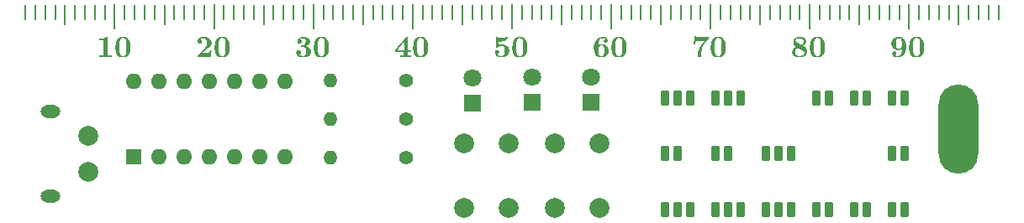
<source format=gts>
%TF.GenerationSoftware,KiCad,Pcbnew,9.0.2*%
%TF.CreationDate,2025-10-23T19:15:02+09:00*%
%TF.ProjectId,simpleLogicCircuit,73696d70-6c65-44c6-9f67-696343697263,rev?*%
%TF.SameCoordinates,Original*%
%TF.FileFunction,Soldermask,Top*%
%TF.FilePolarity,Negative*%
%FSLAX46Y46*%
G04 Gerber Fmt 4.6, Leading zero omitted, Abs format (unit mm)*
G04 Created by KiCad (PCBNEW 9.0.2) date 2025-10-23 19:15:02*
%MOMM*%
%LPD*%
G01*
G04 APERTURE LIST*
G04 Aperture macros list*
%AMRoundRect*
0 Rectangle with rounded corners*
0 $1 Rounding radius*
0 $2 $3 $4 $5 $6 $7 $8 $9 X,Y pos of 4 corners*
0 Add a 4 corners polygon primitive as box body*
4,1,4,$2,$3,$4,$5,$6,$7,$8,$9,$2,$3,0*
0 Add four circle primitives for the rounded corners*
1,1,$1+$1,$2,$3*
1,1,$1+$1,$4,$5*
1,1,$1+$1,$6,$7*
1,1,$1+$1,$8,$9*
0 Add four rect primitives between the rounded corners*
20,1,$1+$1,$2,$3,$4,$5,0*
20,1,$1+$1,$4,$5,$6,$7,0*
20,1,$1+$1,$6,$7,$8,$9,0*
20,1,$1+$1,$8,$9,$2,$3,0*%
G04 Aperture macros list end*
%ADD10C,0.000000*%
%ADD11R,1.800000X1.800000*%
%ADD12C,1.800000*%
%ADD13RoundRect,0.225000X-0.225000X-0.525000X0.225000X-0.525000X0.225000X0.525000X-0.225000X0.525000X0*%
%ADD14C,1.400000*%
%ADD15O,1.400000X1.400000*%
%ADD16C,2.000000*%
%ADD17O,2.000000X1.300000*%
%ADD18R,1.600000X1.600000*%
%ADD19O,1.600000X1.600000*%
%ADD20O,4.000000X9.000000*%
%ADD21RoundRect,0.050000X-0.050000X-1.200000X0.050000X-1.200000X0.050000X1.200000X-0.050000X1.200000X0*%
%ADD22RoundRect,0.050000X-0.050000X-0.950000X0.050000X-0.950000X0.050000X0.950000X-0.050000X0.950000X0*%
%ADD23RoundRect,0.050000X-0.050000X-0.700000X0.050000X-0.700000X0.050000X0.700000X-0.050000X0.700000X0*%
G04 APERTURE END LIST*
D10*
%TO.C,G\u002A\u002A\u002A*%
G36*
X79459671Y-33196762D02*
G01*
X79468838Y-33197634D01*
X79475377Y-33199096D01*
X79480497Y-33201246D01*
X79483688Y-33203089D01*
X79493932Y-33211758D01*
X79502171Y-33222461D01*
X79502370Y-33222819D01*
X79503201Y-33224598D01*
X79503962Y-33226977D01*
X79504656Y-33230280D01*
X79505288Y-33234833D01*
X79505860Y-33240963D01*
X79506376Y-33248995D01*
X79506841Y-33259255D01*
X79507257Y-33272069D01*
X79507629Y-33287762D01*
X79507959Y-33306661D01*
X79508252Y-33329091D01*
X79508512Y-33355379D01*
X79508741Y-33385849D01*
X79508944Y-33420828D01*
X79509124Y-33460642D01*
X79509285Y-33505616D01*
X79509430Y-33556076D01*
X79509564Y-33612348D01*
X79509689Y-33674759D01*
X79509810Y-33743633D01*
X79509929Y-33819297D01*
X79510052Y-33902076D01*
X79510064Y-33910481D01*
X79511038Y-34585834D01*
X79658586Y-34585834D01*
X79806133Y-34585834D01*
X79806133Y-34664298D01*
X79806133Y-34742762D01*
X79658546Y-34742762D01*
X79510958Y-34742762D01*
X79510958Y-34905295D01*
X79510958Y-35067828D01*
X79658546Y-35067828D01*
X79806133Y-35067828D01*
X79806133Y-35146293D01*
X79806133Y-35224757D01*
X79281170Y-35224757D01*
X78756207Y-35224757D01*
X78756207Y-35146293D01*
X78756207Y-35067828D01*
X78931817Y-35067828D01*
X79107428Y-35067828D01*
X79107428Y-34905295D01*
X79107428Y-34742762D01*
X78662797Y-34742762D01*
X78218166Y-34742762D01*
X78218166Y-34663038D01*
X78218166Y-34583314D01*
X78219771Y-34581309D01*
X78399869Y-34581309D01*
X78400909Y-34582081D01*
X78405273Y-34582768D01*
X78413307Y-34583372D01*
X78425357Y-34583898D01*
X78441772Y-34584351D01*
X78462898Y-34584735D01*
X78489081Y-34585053D01*
X78520670Y-34585310D01*
X78558011Y-34585511D01*
X78601450Y-34585660D01*
X78651336Y-34585760D01*
X78708014Y-34585817D01*
X78769064Y-34585834D01*
X79141055Y-34585834D01*
X79141055Y-34121691D01*
X79141053Y-34053226D01*
X79141042Y-33991854D01*
X79141016Y-33937194D01*
X79140970Y-33888866D01*
X79140899Y-33846489D01*
X79140795Y-33809683D01*
X79140654Y-33778068D01*
X79140469Y-33751263D01*
X79140235Y-33728889D01*
X79139946Y-33710564D01*
X79139596Y-33695908D01*
X79139180Y-33684541D01*
X79138691Y-33676083D01*
X79138124Y-33670153D01*
X79137473Y-33666371D01*
X79136733Y-33664357D01*
X79135897Y-33663730D01*
X79134959Y-33664110D01*
X79134100Y-33664917D01*
X79131022Y-33668612D01*
X79123600Y-33677739D01*
X79112141Y-33691915D01*
X79096952Y-33710755D01*
X79078342Y-33733875D01*
X79056618Y-33760892D01*
X79032087Y-33791422D01*
X79005057Y-33825082D01*
X78975835Y-33861488D01*
X78944728Y-33900256D01*
X78912044Y-33941002D01*
X78878090Y-33983343D01*
X78843174Y-34026894D01*
X78807603Y-34071273D01*
X78771685Y-34116096D01*
X78735727Y-34160978D01*
X78700037Y-34205537D01*
X78664921Y-34249388D01*
X78630688Y-34292147D01*
X78597645Y-34333432D01*
X78566098Y-34372858D01*
X78536357Y-34410041D01*
X78508727Y-34444598D01*
X78483518Y-34476146D01*
X78461035Y-34504300D01*
X78441586Y-34528677D01*
X78425480Y-34548893D01*
X78413022Y-34564564D01*
X78404521Y-34575307D01*
X78400285Y-34580737D01*
X78399869Y-34581309D01*
X78219771Y-34581309D01*
X78767507Y-33897104D01*
X78817930Y-33834144D01*
X78867188Y-33772686D01*
X78915074Y-33712989D01*
X78961379Y-33655310D01*
X79005895Y-33599908D01*
X79048413Y-33547041D01*
X79088725Y-33496967D01*
X79126622Y-33449944D01*
X79161897Y-33406231D01*
X79194340Y-33366085D01*
X79223744Y-33329765D01*
X79249899Y-33297528D01*
X79272597Y-33269634D01*
X79291631Y-33246340D01*
X79306790Y-33227903D01*
X79317868Y-33214584D01*
X79324656Y-33206639D01*
X79326852Y-33204328D01*
X79331576Y-33201901D01*
X79338063Y-33200087D01*
X79347458Y-33198773D01*
X79360903Y-33197848D01*
X79379543Y-33197198D01*
X79404291Y-33196716D01*
X79428607Y-33196400D01*
X79446664Y-33196383D01*
X79459671Y-33196762D01*
G37*
G36*
X59030545Y-33187169D02*
G01*
X59068295Y-33188210D01*
X59101807Y-33190137D01*
X59132690Y-33193122D01*
X59162552Y-33197338D01*
X59193001Y-33202957D01*
X59225645Y-33210153D01*
X59242894Y-33214297D01*
X59313393Y-33234591D01*
X59379973Y-33259793D01*
X59442184Y-33289625D01*
X59499577Y-33323808D01*
X59551703Y-33362065D01*
X59598114Y-33404116D01*
X59638360Y-33449683D01*
X59651983Y-33467917D01*
X59681435Y-33513235D01*
X59704778Y-33558345D01*
X59722980Y-33605439D01*
X59737009Y-33656709D01*
X59738645Y-33664109D01*
X59742492Y-33687530D01*
X59745297Y-33716041D01*
X59747045Y-33747800D01*
X59747722Y-33780967D01*
X59747314Y-33813700D01*
X59745806Y-33844159D01*
X59743183Y-33870501D01*
X59740372Y-33886932D01*
X59727441Y-33935369D01*
X59710216Y-33981619D01*
X59688231Y-34026436D01*
X59661019Y-34070574D01*
X59628117Y-34114788D01*
X59589057Y-34159831D01*
X59543374Y-34206458D01*
X59542745Y-34207068D01*
X59529346Y-34219917D01*
X59516329Y-34232061D01*
X59503128Y-34243951D01*
X59489174Y-34256034D01*
X59473899Y-34268759D01*
X59456735Y-34282573D01*
X59437113Y-34297926D01*
X59414466Y-34315266D01*
X59388226Y-34335040D01*
X59357824Y-34357698D01*
X59322693Y-34383688D01*
X59282264Y-34413458D01*
X59267465Y-34424334D01*
X59180334Y-34489334D01*
X59092491Y-34556887D01*
X59002432Y-34628162D01*
X58935734Y-34682145D01*
X58763085Y-34823095D01*
X58913316Y-34824177D01*
X58948306Y-34824326D01*
X58986744Y-34824305D01*
X59027910Y-34824128D01*
X59071081Y-34823808D01*
X59115535Y-34823358D01*
X59160551Y-34822792D01*
X59205406Y-34822124D01*
X59249380Y-34821366D01*
X59291750Y-34820533D01*
X59331794Y-34819637D01*
X59368791Y-34818693D01*
X59402019Y-34817712D01*
X59430755Y-34816710D01*
X59454280Y-34815699D01*
X59471869Y-34814693D01*
X59482802Y-34813704D01*
X59483704Y-34813577D01*
X59499411Y-34810325D01*
X59511077Y-34805204D01*
X59520196Y-34796862D01*
X59528261Y-34783946D01*
X59536456Y-34765859D01*
X59543106Y-34748732D01*
X59549239Y-34730278D01*
X59555039Y-34709647D01*
X59560692Y-34685994D01*
X59566383Y-34658472D01*
X59572297Y-34626233D01*
X59578618Y-34588430D01*
X59585533Y-34544216D01*
X59587014Y-34534458D01*
X59588849Y-34522315D01*
X59669012Y-34522315D01*
X59692579Y-34522437D01*
X59713405Y-34522777D01*
X59730410Y-34523299D01*
X59742515Y-34523965D01*
X59748640Y-34524740D01*
X59749175Y-34525056D01*
X59748673Y-34529291D01*
X59747224Y-34540293D01*
X59744916Y-34557431D01*
X59741837Y-34580070D01*
X59738076Y-34607579D01*
X59733719Y-34639323D01*
X59728854Y-34674671D01*
X59723570Y-34712989D01*
X59717954Y-34753645D01*
X59712094Y-34796005D01*
X59706078Y-34839436D01*
X59699993Y-34883306D01*
X59693928Y-34926981D01*
X59687969Y-34969828D01*
X59682206Y-35011216D01*
X59676726Y-35050510D01*
X59671616Y-35087078D01*
X59666964Y-35120286D01*
X59662859Y-35149503D01*
X59659388Y-35174094D01*
X59656638Y-35193427D01*
X59654698Y-35206870D01*
X59653656Y-35213788D01*
X59653534Y-35214482D01*
X59651435Y-35224757D01*
X58982918Y-35224757D01*
X58314400Y-35224757D01*
X58314400Y-35163982D01*
X58314523Y-35140216D01*
X58314967Y-35122646D01*
X58315846Y-35110000D01*
X58317275Y-35101004D01*
X58319368Y-35094384D01*
X58320939Y-35091116D01*
X58324338Y-35086973D01*
X58332658Y-35077839D01*
X58345579Y-35064046D01*
X58362778Y-35045928D01*
X58383933Y-35023817D01*
X58408724Y-34998048D01*
X58436828Y-34968952D01*
X58467924Y-34936862D01*
X58501690Y-34902113D01*
X58537805Y-34865036D01*
X58575946Y-34825965D01*
X58615792Y-34785232D01*
X58656514Y-34743689D01*
X58697968Y-34701431D01*
X58738208Y-34660388D01*
X58776900Y-34620904D01*
X58813705Y-34583324D01*
X58848286Y-34547992D01*
X58880308Y-34515254D01*
X58909432Y-34485455D01*
X58935322Y-34458938D01*
X58957641Y-34436049D01*
X58976052Y-34417132D01*
X58990218Y-34402532D01*
X58999803Y-34392594D01*
X59004340Y-34387805D01*
X59049268Y-34336955D01*
X59093009Y-34284143D01*
X59134164Y-34231142D01*
X59171336Y-34179723D01*
X59188831Y-34153891D01*
X59226628Y-34090295D01*
X59257252Y-34024863D01*
X59280854Y-33957237D01*
X59293836Y-33905810D01*
X59297782Y-33881727D01*
X59300653Y-33852651D01*
X59302435Y-33820423D01*
X59303113Y-33786887D01*
X59302670Y-33753886D01*
X59301091Y-33723264D01*
X59298361Y-33696863D01*
X59295702Y-33681626D01*
X59279777Y-33624197D01*
X59258240Y-33571047D01*
X59231290Y-33522571D01*
X59199126Y-33479163D01*
X59186298Y-33464841D01*
X59146902Y-33428284D01*
X59103675Y-33398071D01*
X59056889Y-33374296D01*
X59006811Y-33357057D01*
X58953712Y-33346447D01*
X58897861Y-33342564D01*
X58847563Y-33344701D01*
X58795143Y-33352092D01*
X58744951Y-33364218D01*
X58698136Y-33380676D01*
X58655850Y-33401066D01*
X58620742Y-33423847D01*
X58614692Y-33428803D01*
X58614346Y-33431341D01*
X58618941Y-33433268D01*
X58651629Y-33447310D01*
X58683079Y-33467073D01*
X58708503Y-33488752D01*
X58731277Y-33513972D01*
X58748570Y-33539650D01*
X58762042Y-33568446D01*
X58767128Y-33582612D01*
X58770854Y-33594884D01*
X58773355Y-33606545D01*
X58774855Y-33619585D01*
X58775578Y-33635995D01*
X58775748Y-33657767D01*
X58775745Y-33659208D01*
X58775519Y-33681226D01*
X58774789Y-33697695D01*
X58773333Y-33710533D01*
X58770926Y-33721659D01*
X58767344Y-33732990D01*
X58767010Y-33733936D01*
X58749980Y-33771128D01*
X58727020Y-33804485D01*
X58698871Y-33833259D01*
X58666276Y-33856704D01*
X58629975Y-33874073D01*
X58626770Y-33875235D01*
X58602555Y-33881559D01*
X58573919Y-33885509D01*
X58543570Y-33886956D01*
X58514214Y-33885769D01*
X58488566Y-33881823D01*
X58451260Y-33869368D01*
X58417238Y-33850640D01*
X58387098Y-33826343D01*
X58361437Y-33797179D01*
X58340853Y-33763848D01*
X58325945Y-33727053D01*
X58317311Y-33687496D01*
X58316432Y-33679758D01*
X58315590Y-33655556D01*
X58316975Y-33626911D01*
X58320306Y-33596419D01*
X58325301Y-33566677D01*
X58331532Y-33540776D01*
X58349004Y-33493752D01*
X58373318Y-33449030D01*
X58404124Y-33406879D01*
X58441073Y-33367572D01*
X58483815Y-33331377D01*
X58532002Y-33298567D01*
X58585282Y-33269410D01*
X58643307Y-33244179D01*
X58705728Y-33223143D01*
X58759829Y-33209240D01*
X58789094Y-33202858D01*
X58814307Y-33197801D01*
X58836994Y-33193919D01*
X58858680Y-33191061D01*
X58880889Y-33189077D01*
X58905147Y-33187816D01*
X58932979Y-33187128D01*
X58965910Y-33186862D01*
X58986951Y-33186842D01*
X59030545Y-33187169D01*
G37*
G36*
X49174745Y-33185295D02*
G01*
X49193222Y-33186044D01*
X49206124Y-33187177D01*
X49215347Y-33189078D01*
X49222788Y-33192133D01*
X49230000Y-33196496D01*
X49232900Y-33198155D01*
X49235588Y-33199329D01*
X49238074Y-33200292D01*
X49240366Y-33201320D01*
X49242470Y-33202686D01*
X49244396Y-33204664D01*
X49246150Y-33207530D01*
X49247741Y-33211557D01*
X49249177Y-33217019D01*
X49250465Y-33224190D01*
X49251614Y-33233346D01*
X49252631Y-33244761D01*
X49253524Y-33258708D01*
X49254300Y-33275461D01*
X49254969Y-33295296D01*
X49255538Y-33318487D01*
X49256014Y-33345307D01*
X49256406Y-33376031D01*
X49256721Y-33410934D01*
X49256968Y-33450290D01*
X49257153Y-33494372D01*
X49257286Y-33543455D01*
X49257373Y-33597815D01*
X49257423Y-33657723D01*
X49257444Y-33723456D01*
X49257444Y-33795288D01*
X49257429Y-33873492D01*
X49257409Y-33958343D01*
X49257391Y-34050115D01*
X49257384Y-34149083D01*
X49257384Y-34150174D01*
X49257384Y-35067828D01*
X49472226Y-35067828D01*
X49687069Y-35067828D01*
X49687069Y-35146293D01*
X49687069Y-35224757D01*
X49066828Y-35224757D01*
X48446586Y-35224757D01*
X48446586Y-35146293D01*
X48446586Y-35067828D01*
X48659561Y-35067828D01*
X48872535Y-35067828D01*
X48872535Y-34277145D01*
X48872535Y-33486462D01*
X48864128Y-33488804D01*
X48801391Y-33504902D01*
X48739581Y-33517828D01*
X48676979Y-33527826D01*
X48611866Y-33535140D01*
X48542523Y-33540016D01*
X48488621Y-33542164D01*
X48405486Y-33544557D01*
X48405486Y-33465982D01*
X48405486Y-33387406D01*
X48469939Y-33384865D01*
X48556820Y-33380093D01*
X48637129Y-33372805D01*
X48711382Y-33362857D01*
X48780095Y-33350104D01*
X48843781Y-33334402D01*
X48902957Y-33315606D01*
X48958137Y-33293572D01*
X49009837Y-33268156D01*
X49058572Y-33239213D01*
X49104287Y-33207032D01*
X49134496Y-33184036D01*
X49174745Y-33185295D01*
G37*
G36*
X130799445Y-33186556D02*
G01*
X130834255Y-33187607D01*
X130865680Y-33189290D01*
X130892170Y-33191606D01*
X130905045Y-33193299D01*
X130954866Y-33202191D01*
X130999383Y-33212715D01*
X131040698Y-33225503D01*
X131080913Y-33241186D01*
X131112415Y-33255615D01*
X131162147Y-33282748D01*
X131207332Y-33314052D01*
X131250122Y-33351045D01*
X131257385Y-33358079D01*
X131306234Y-33411336D01*
X131349275Y-33469233D01*
X131386366Y-33531543D01*
X131417364Y-33598033D01*
X131435094Y-33646131D01*
X131452485Y-33705322D01*
X131467682Y-33770809D01*
X131480629Y-33841727D01*
X131491273Y-33917212D01*
X131499561Y-33996398D01*
X131505437Y-34078423D01*
X131508849Y-34162421D01*
X131509742Y-34247529D01*
X131508062Y-34332881D01*
X131503755Y-34417615D01*
X131496768Y-34500865D01*
X131491423Y-34548470D01*
X131478605Y-34632196D01*
X131461405Y-34711511D01*
X131439954Y-34786053D01*
X131414384Y-34855461D01*
X131384826Y-34919375D01*
X131351413Y-34977431D01*
X131317774Y-35024860D01*
X131274721Y-35073812D01*
X131226899Y-35117059D01*
X131174284Y-35154616D01*
X131116848Y-35186497D01*
X131054564Y-35212717D01*
X130987405Y-35233290D01*
X130915346Y-35248232D01*
X130908781Y-35249276D01*
X130894616Y-35250898D01*
X130874411Y-35252423D01*
X130849574Y-35253814D01*
X130821511Y-35255033D01*
X130791629Y-35256042D01*
X130761334Y-35256803D01*
X130732033Y-35257279D01*
X130705134Y-35257432D01*
X130682042Y-35257223D01*
X130664165Y-35256616D01*
X130656575Y-35256049D01*
X130583036Y-35246248D01*
X130515523Y-35232438D01*
X130453659Y-35214465D01*
X130397067Y-35192174D01*
X130345372Y-35165411D01*
X130298195Y-35134022D01*
X130255162Y-35097852D01*
X130243586Y-35086628D01*
X130206984Y-35045285D01*
X130173040Y-34997317D01*
X130141850Y-34943118D01*
X130113511Y-34883082D01*
X130088121Y-34817605D01*
X130065777Y-34747081D01*
X130046576Y-34671905D01*
X130030614Y-34592472D01*
X130017989Y-34509176D01*
X130008798Y-34422413D01*
X130003138Y-34332576D01*
X130001107Y-34240061D01*
X130001972Y-34191644D01*
X130415603Y-34191644D01*
X130415834Y-34285772D01*
X130416528Y-34372666D01*
X130417696Y-34452553D01*
X130419349Y-34525656D01*
X130421500Y-34592203D01*
X130424160Y-34652418D01*
X130427340Y-34706526D01*
X130431053Y-34754755D01*
X130435308Y-34797328D01*
X130440119Y-34834472D01*
X130445496Y-34866412D01*
X130451452Y-34893374D01*
X130451542Y-34893727D01*
X130457574Y-34912045D01*
X130466839Y-34933953D01*
X130478138Y-34957025D01*
X130490272Y-34978834D01*
X130502044Y-34996954D01*
X130503510Y-34998946D01*
X130536420Y-35037397D01*
X130572681Y-35069720D01*
X130611808Y-35095704D01*
X130653315Y-35115141D01*
X130696719Y-35127821D01*
X130741533Y-35133533D01*
X130787275Y-35132070D01*
X130805477Y-35129471D01*
X130849728Y-35118642D01*
X130890345Y-35102003D01*
X130928246Y-35079060D01*
X130964347Y-35049322D01*
X130976036Y-35037918D01*
X130991494Y-35021486D01*
X131005498Y-35004758D01*
X131018127Y-34987299D01*
X131029459Y-34968675D01*
X131039575Y-34948452D01*
X131048554Y-34926196D01*
X131056473Y-34901472D01*
X131063413Y-34873847D01*
X131069453Y-34842886D01*
X131074671Y-34808157D01*
X131079147Y-34769223D01*
X131082960Y-34725652D01*
X131086189Y-34677009D01*
X131088912Y-34622860D01*
X131091210Y-34562772D01*
X131093161Y-34496309D01*
X131094845Y-34423038D01*
X131095652Y-34381454D01*
X131096833Y-34301221D01*
X131097424Y-34221581D01*
X131097443Y-34143218D01*
X131096905Y-34066816D01*
X131095825Y-33993058D01*
X131094219Y-33922627D01*
X131092103Y-33856207D01*
X131089493Y-33794482D01*
X131086404Y-33738133D01*
X131082852Y-33687846D01*
X131078854Y-33644303D01*
X131078651Y-33642394D01*
X131074263Y-33605384D01*
X131069549Y-33574433D01*
X131064167Y-33548128D01*
X131057778Y-33525054D01*
X131050041Y-33503798D01*
X131040618Y-33482946D01*
X131040017Y-33481729D01*
X131015987Y-33440902D01*
X130986984Y-33405566D01*
X130952699Y-33375414D01*
X130912825Y-33350140D01*
X130903177Y-33345156D01*
X130870363Y-33330274D01*
X130840178Y-33320026D01*
X130809966Y-33313763D01*
X130777072Y-33310836D01*
X130761194Y-33310439D01*
X130721169Y-33311855D01*
X130685169Y-33317239D01*
X130650620Y-33327049D01*
X130635128Y-33332921D01*
X130591943Y-33354191D01*
X130553088Y-33380934D01*
X130519085Y-33412563D01*
X130490455Y-33448488D01*
X130467721Y-33488124D01*
X130451403Y-33530882D01*
X130448009Y-33543524D01*
X130442518Y-33569194D01*
X130437583Y-33599089D01*
X130433190Y-33633505D01*
X130429324Y-33672736D01*
X130425971Y-33717079D01*
X130423115Y-33766828D01*
X130420742Y-33822280D01*
X130418838Y-33883728D01*
X130417386Y-33951470D01*
X130416373Y-34025799D01*
X130415784Y-34107013D01*
X130415603Y-34191644D01*
X130001972Y-34191644D01*
X130002800Y-34145262D01*
X130004211Y-34113180D01*
X130010017Y-34022389D01*
X130017988Y-33938341D01*
X130028245Y-33860591D01*
X130040906Y-33788693D01*
X130056093Y-33722203D01*
X130073923Y-33660677D01*
X130094517Y-33603669D01*
X130117995Y-33550735D01*
X130144476Y-33501430D01*
X130174081Y-33455309D01*
X130185473Y-33439471D01*
X130227215Y-33388066D01*
X130271795Y-33343003D01*
X130319674Y-33304013D01*
X130371312Y-33270826D01*
X130427171Y-33243173D01*
X130487712Y-33220783D01*
X130553395Y-33203389D01*
X130606133Y-33193486D01*
X130628763Y-33190761D01*
X130657291Y-33188662D01*
X130690171Y-33187192D01*
X130725855Y-33186350D01*
X130762796Y-33186138D01*
X130799445Y-33186556D01*
G37*
G36*
X129028911Y-33189193D02*
G01*
X129059331Y-33190495D01*
X129074596Y-33191740D01*
X129144452Y-33201671D01*
X129209209Y-33216870D01*
X129269298Y-33237577D01*
X129325147Y-33264034D01*
X129377187Y-33296481D01*
X129425848Y-33335158D01*
X129471559Y-33380306D01*
X129514750Y-33432165D01*
X129522365Y-33442333D01*
X129553835Y-33488709D01*
X129582067Y-33538270D01*
X129607229Y-33591538D01*
X129629488Y-33649032D01*
X129649012Y-33711272D01*
X129665969Y-33778781D01*
X129680527Y-33852077D01*
X129692854Y-33931681D01*
X129700696Y-33995484D01*
X129702936Y-34020708D01*
X129704767Y-34051495D01*
X129706190Y-34086650D01*
X129707203Y-34124976D01*
X129707808Y-34165278D01*
X129708002Y-34206360D01*
X129707786Y-34247028D01*
X129707161Y-34286084D01*
X129706124Y-34322335D01*
X129704676Y-34354584D01*
X129702817Y-34381636D01*
X129700807Y-34400439D01*
X129686466Y-34488091D01*
X129667951Y-34570324D01*
X129644975Y-34648101D01*
X129617252Y-34722386D01*
X129584493Y-34794144D01*
X129581882Y-34799338D01*
X129544853Y-34865774D01*
X129503505Y-34926828D01*
X129456892Y-34983784D01*
X129411579Y-35030752D01*
X129353714Y-35081987D01*
X129293143Y-35126463D01*
X129229568Y-35164316D01*
X129162694Y-35195680D01*
X129092222Y-35220689D01*
X129017855Y-35239479D01*
X128939297Y-35252184D01*
X128917822Y-35254540D01*
X128900839Y-35255760D01*
X128878458Y-35256696D01*
X128852538Y-35257335D01*
X128824941Y-35257666D01*
X128797526Y-35257675D01*
X128772155Y-35257351D01*
X128750688Y-35256681D01*
X128736069Y-35255756D01*
X128711395Y-35252624D01*
X128682373Y-35247573D01*
X128651703Y-35241168D01*
X128622082Y-35233977D01*
X128596210Y-35226567D01*
X128594647Y-35226066D01*
X128543512Y-35206971D01*
X128498275Y-35184416D01*
X128457944Y-35157834D01*
X128422783Y-35127867D01*
X128389203Y-35091758D01*
X128362191Y-35053851D01*
X128341396Y-35013346D01*
X128326470Y-34969445D01*
X128317063Y-34921351D01*
X128313178Y-34877272D01*
X128313263Y-34838964D01*
X128317674Y-34805728D01*
X128326885Y-34776239D01*
X128341365Y-34749169D01*
X128361587Y-34723189D01*
X128371677Y-34712514D01*
X128398901Y-34688533D01*
X128427027Y-34671183D01*
X128457417Y-34659905D01*
X128491434Y-34654142D01*
X128516888Y-34653089D01*
X128555485Y-34656554D01*
X128591401Y-34666818D01*
X128624147Y-34683680D01*
X128653232Y-34706942D01*
X128655688Y-34709378D01*
X128679144Y-34736980D01*
X128696154Y-34766427D01*
X128707744Y-34799506D01*
X128707977Y-34800408D01*
X128714544Y-34839448D01*
X128714387Y-34877531D01*
X128707854Y-34913913D01*
X128695293Y-34947852D01*
X128677049Y-34978606D01*
X128653472Y-35005432D01*
X128624907Y-35027589D01*
X128594391Y-35043263D01*
X128572701Y-35052079D01*
X128589413Y-35061872D01*
X128625060Y-35079178D01*
X128665979Y-35092866D01*
X128710868Y-35102869D01*
X128758421Y-35109117D01*
X128807335Y-35111542D01*
X128856306Y-35110074D01*
X128904030Y-35104645D01*
X128949203Y-35095186D01*
X128987307Y-35082896D01*
X129030840Y-35061994D01*
X129071228Y-35034325D01*
X129108448Y-34999914D01*
X129142479Y-34958782D01*
X129173297Y-34910953D01*
X129193712Y-34871907D01*
X129207761Y-34840374D01*
X129219939Y-34807983D01*
X129230461Y-34773762D01*
X129239547Y-34736738D01*
X129247413Y-34695937D01*
X129254277Y-34650387D01*
X129260357Y-34599114D01*
X129264734Y-34554074D01*
X129265699Y-34541354D01*
X129266791Y-34523713D01*
X129267966Y-34502209D01*
X129269180Y-34477897D01*
X129270390Y-34451835D01*
X129271553Y-34425080D01*
X129272625Y-34398689D01*
X129273564Y-34373718D01*
X129274325Y-34351225D01*
X129274865Y-34332266D01*
X129275141Y-34317898D01*
X129275110Y-34309178D01*
X129274874Y-34306991D01*
X129272491Y-34309412D01*
X129266946Y-34316805D01*
X129259173Y-34327891D01*
X129253487Y-34336294D01*
X129237462Y-34358220D01*
X129217939Y-34381758D01*
X129196733Y-34404933D01*
X129175656Y-34425768D01*
X129156521Y-34442285D01*
X129155565Y-34443026D01*
X129117148Y-34469779D01*
X129078709Y-34490530D01*
X129038916Y-34505711D01*
X128996439Y-34515753D01*
X128949947Y-34521091D01*
X128911656Y-34522266D01*
X128835260Y-34519251D01*
X128762089Y-34510194D01*
X128692408Y-34495278D01*
X128626480Y-34474689D01*
X128564571Y-34448612D01*
X128506944Y-34417230D01*
X128453863Y-34380729D01*
X128405593Y-34339294D01*
X128362399Y-34293108D01*
X128324544Y-34242357D01*
X128292294Y-34187226D01*
X128265911Y-34127898D01*
X128245660Y-34064559D01*
X128243301Y-34055266D01*
X128233007Y-34005294D01*
X128226244Y-33952835D01*
X128222831Y-33896211D01*
X128222461Y-33871015D01*
X128660044Y-33871015D01*
X128660594Y-33932924D01*
X128662231Y-33990196D01*
X128664922Y-34042373D01*
X128668639Y-34088993D01*
X128673351Y-34129599D01*
X128679028Y-34163730D01*
X128685640Y-34190927D01*
X128686024Y-34192194D01*
X128702171Y-34236714D01*
X128721625Y-34276347D01*
X128743999Y-34310498D01*
X128768901Y-34338572D01*
X128795851Y-34359915D01*
X128817842Y-34371705D01*
X128844177Y-34382312D01*
X128871727Y-34390619D01*
X128894319Y-34395114D01*
X128916880Y-34396986D01*
X128943074Y-34397181D01*
X128970048Y-34395832D01*
X128994951Y-34393070D01*
X129012562Y-34389658D01*
X129051428Y-34375940D01*
X129087748Y-34355228D01*
X129121465Y-34327574D01*
X129152525Y-34293029D01*
X129180872Y-34251644D01*
X129201354Y-34214062D01*
X129220274Y-34170754D01*
X129236535Y-34122609D01*
X129250423Y-34068713D01*
X129257809Y-34032847D01*
X129260154Y-34020029D01*
X129262044Y-34008298D01*
X129263528Y-33996655D01*
X129264654Y-33984100D01*
X129265472Y-33969634D01*
X129266029Y-33952255D01*
X129266376Y-33930966D01*
X129266559Y-33904765D01*
X129266629Y-33872654D01*
X129266636Y-33851632D01*
X129266540Y-33809641D01*
X129266193Y-33773894D01*
X129265507Y-33743165D01*
X129264396Y-33716227D01*
X129262772Y-33691853D01*
X129260548Y-33668817D01*
X129257637Y-33645892D01*
X129253950Y-33621852D01*
X129249402Y-33595470D01*
X129247753Y-33586348D01*
X129237707Y-33537590D01*
X129226488Y-33495616D01*
X129213843Y-33459796D01*
X129199516Y-33429498D01*
X129183251Y-33404092D01*
X129166115Y-33384253D01*
X129137445Y-33360814D01*
X129103709Y-33342577D01*
X129065308Y-33329651D01*
X129022645Y-33322142D01*
X128976122Y-33320158D01*
X128936506Y-33322611D01*
X128904676Y-33326719D01*
X128877847Y-33332100D01*
X128853573Y-33339399D01*
X128829410Y-33349262D01*
X128821690Y-33352877D01*
X128786917Y-33373700D01*
X128755964Y-33400880D01*
X128728963Y-33434277D01*
X128706048Y-33473748D01*
X128703784Y-33478453D01*
X128694917Y-33499138D01*
X128687298Y-33521340D01*
X128680834Y-33545761D01*
X128675433Y-33573102D01*
X128671002Y-33604066D01*
X128667448Y-33639355D01*
X128664678Y-33679670D01*
X128662599Y-33725714D01*
X128661118Y-33778188D01*
X128660608Y-33804927D01*
X128660044Y-33871015D01*
X128222461Y-33871015D01*
X128222314Y-33860973D01*
X128224897Y-33788429D01*
X128232762Y-33720876D01*
X128246086Y-33657850D01*
X128265048Y-33598884D01*
X128289824Y-33543514D01*
X128320593Y-33491273D01*
X128357530Y-33441698D01*
X128399629Y-33395506D01*
X128449308Y-33350853D01*
X128503950Y-33311577D01*
X128563630Y-33277640D01*
X128628425Y-33249008D01*
X128698412Y-33225646D01*
X128773665Y-33207517D01*
X128821255Y-33199156D01*
X128849348Y-33195658D01*
X128882583Y-33192821D01*
X128919059Y-33190700D01*
X128956874Y-33189352D01*
X128994125Y-33188831D01*
X129028911Y-33189193D01*
G37*
G36*
X120808330Y-33186556D02*
G01*
X120843140Y-33187607D01*
X120874565Y-33189290D01*
X120901055Y-33191606D01*
X120913930Y-33193299D01*
X120963751Y-33202191D01*
X121008268Y-33212715D01*
X121049583Y-33225503D01*
X121089798Y-33241186D01*
X121121299Y-33255615D01*
X121171032Y-33282748D01*
X121216217Y-33314052D01*
X121259007Y-33351045D01*
X121266270Y-33358079D01*
X121315119Y-33411336D01*
X121358160Y-33469233D01*
X121395251Y-33531543D01*
X121426249Y-33598033D01*
X121443979Y-33646131D01*
X121461370Y-33705322D01*
X121476567Y-33770809D01*
X121489514Y-33841727D01*
X121500158Y-33917212D01*
X121508446Y-33996398D01*
X121514322Y-34078423D01*
X121517734Y-34162421D01*
X121518627Y-34247529D01*
X121516947Y-34332881D01*
X121512640Y-34417615D01*
X121505652Y-34500865D01*
X121500308Y-34548470D01*
X121487490Y-34632196D01*
X121470290Y-34711511D01*
X121448839Y-34786053D01*
X121423269Y-34855461D01*
X121393711Y-34919375D01*
X121360298Y-34977431D01*
X121326659Y-35024860D01*
X121283606Y-35073812D01*
X121235784Y-35117059D01*
X121183169Y-35154616D01*
X121125733Y-35186497D01*
X121063449Y-35212717D01*
X120996290Y-35233290D01*
X120924231Y-35248232D01*
X120917666Y-35249276D01*
X120903501Y-35250898D01*
X120883296Y-35252423D01*
X120858459Y-35253814D01*
X120830396Y-35255033D01*
X120800514Y-35256042D01*
X120770219Y-35256803D01*
X120740918Y-35257279D01*
X120714019Y-35257432D01*
X120690927Y-35257223D01*
X120673050Y-35256616D01*
X120665460Y-35256049D01*
X120591921Y-35246248D01*
X120524408Y-35232438D01*
X120462544Y-35214465D01*
X120405952Y-35192174D01*
X120354257Y-35165411D01*
X120307080Y-35134022D01*
X120264047Y-35097852D01*
X120252471Y-35086628D01*
X120215869Y-35045285D01*
X120181924Y-34997317D01*
X120150735Y-34943118D01*
X120122396Y-34883082D01*
X120097006Y-34817605D01*
X120074662Y-34747081D01*
X120055461Y-34671905D01*
X120039499Y-34592472D01*
X120026874Y-34509176D01*
X120017683Y-34422413D01*
X120012023Y-34332576D01*
X120009992Y-34240061D01*
X120010857Y-34191644D01*
X120424488Y-34191644D01*
X120424719Y-34285772D01*
X120425413Y-34372666D01*
X120426581Y-34452553D01*
X120428234Y-34525656D01*
X120430385Y-34592203D01*
X120433045Y-34652418D01*
X120436225Y-34706526D01*
X120439938Y-34754755D01*
X120444193Y-34797328D01*
X120449004Y-34834472D01*
X120454381Y-34866412D01*
X120460337Y-34893374D01*
X120460427Y-34893727D01*
X120466459Y-34912045D01*
X120475724Y-34933953D01*
X120487023Y-34957025D01*
X120499157Y-34978834D01*
X120510929Y-34996954D01*
X120512395Y-34998946D01*
X120545305Y-35037397D01*
X120581566Y-35069720D01*
X120620693Y-35095704D01*
X120662200Y-35115141D01*
X120705604Y-35127821D01*
X120750418Y-35133533D01*
X120796160Y-35132070D01*
X120814362Y-35129471D01*
X120858613Y-35118642D01*
X120899230Y-35102003D01*
X120937131Y-35079060D01*
X120973232Y-35049322D01*
X120984921Y-35037918D01*
X121000379Y-35021486D01*
X121014383Y-35004758D01*
X121027012Y-34987299D01*
X121038344Y-34968675D01*
X121048460Y-34948452D01*
X121057439Y-34926196D01*
X121065358Y-34901472D01*
X121072298Y-34873847D01*
X121078338Y-34842886D01*
X121083556Y-34808157D01*
X121088032Y-34769223D01*
X121091845Y-34725652D01*
X121095074Y-34677009D01*
X121097797Y-34622860D01*
X121100095Y-34562772D01*
X121102046Y-34496309D01*
X121103729Y-34423038D01*
X121104537Y-34381454D01*
X121105718Y-34301221D01*
X121106309Y-34221581D01*
X121106328Y-34143218D01*
X121105790Y-34066816D01*
X121104710Y-33993058D01*
X121103104Y-33922627D01*
X121100988Y-33856207D01*
X121098378Y-33794482D01*
X121095289Y-33738133D01*
X121091737Y-33687846D01*
X121087739Y-33644303D01*
X121087536Y-33642394D01*
X121083148Y-33605384D01*
X121078434Y-33574433D01*
X121073052Y-33548128D01*
X121066663Y-33525054D01*
X121058926Y-33503798D01*
X121049503Y-33482946D01*
X121048902Y-33481729D01*
X121024872Y-33440902D01*
X120995868Y-33405566D01*
X120961584Y-33375414D01*
X120921710Y-33350140D01*
X120912061Y-33345156D01*
X120879248Y-33330274D01*
X120849063Y-33320026D01*
X120818851Y-33313763D01*
X120785957Y-33310836D01*
X120770079Y-33310439D01*
X120730054Y-33311855D01*
X120694054Y-33317239D01*
X120659505Y-33327049D01*
X120644013Y-33332921D01*
X120600828Y-33354191D01*
X120561973Y-33380934D01*
X120527970Y-33412563D01*
X120499340Y-33448488D01*
X120476606Y-33488124D01*
X120460288Y-33530882D01*
X120456894Y-33543524D01*
X120451403Y-33569194D01*
X120446468Y-33599089D01*
X120442075Y-33633505D01*
X120438209Y-33672736D01*
X120434856Y-33717079D01*
X120432000Y-33766828D01*
X120429627Y-33822280D01*
X120427723Y-33883728D01*
X120426271Y-33951470D01*
X120425258Y-34025799D01*
X120424669Y-34107013D01*
X120424488Y-34191644D01*
X120010857Y-34191644D01*
X120011685Y-34145262D01*
X120013096Y-34113180D01*
X120018902Y-34022389D01*
X120026873Y-33938341D01*
X120037130Y-33860591D01*
X120049791Y-33788693D01*
X120064978Y-33722203D01*
X120082808Y-33660677D01*
X120103402Y-33603669D01*
X120126880Y-33550735D01*
X120153361Y-33501430D01*
X120182966Y-33455309D01*
X120194358Y-33439471D01*
X120236100Y-33388066D01*
X120280680Y-33343003D01*
X120328559Y-33304013D01*
X120380197Y-33270826D01*
X120436056Y-33243173D01*
X120496597Y-33220783D01*
X120562280Y-33203389D01*
X120615018Y-33193486D01*
X120637648Y-33190761D01*
X120666176Y-33188662D01*
X120699056Y-33187192D01*
X120734740Y-33186350D01*
X120771681Y-33186138D01*
X120808330Y-33186556D01*
G37*
G36*
X119012887Y-33190115D02*
G01*
X119045771Y-33190671D01*
X119075818Y-33191743D01*
X119101557Y-33193341D01*
X119120461Y-33195323D01*
X119178216Y-33204456D01*
X119229904Y-33215067D01*
X119276849Y-33227519D01*
X119320373Y-33242178D01*
X119361800Y-33259407D01*
X119373961Y-33265105D01*
X119409518Y-33283305D01*
X119439804Y-33301455D01*
X119466888Y-33320915D01*
X119492836Y-33343048D01*
X119494262Y-33344362D01*
X119531746Y-33383823D01*
X119562652Y-33426825D01*
X119586974Y-33473355D01*
X119604706Y-33523399D01*
X119615845Y-33576944D01*
X119620385Y-33633977D01*
X119619915Y-33670417D01*
X119614801Y-33721586D01*
X119604026Y-33768923D01*
X119587090Y-33813956D01*
X119563491Y-33858209D01*
X119552668Y-33875146D01*
X119523720Y-33913341D01*
X119488549Y-33950938D01*
X119448385Y-33986819D01*
X119404459Y-34019865D01*
X119367052Y-34043736D01*
X119352808Y-34052132D01*
X119339780Y-34059826D01*
X119330259Y-34065466D01*
X119328531Y-34066495D01*
X119318021Y-34072759D01*
X119374543Y-34104179D01*
X119432203Y-34138807D01*
X119483340Y-34175130D01*
X119528847Y-34213897D01*
X119569613Y-34255859D01*
X119601710Y-34295271D01*
X119636640Y-34345794D01*
X119664851Y-34395810D01*
X119686891Y-34446549D01*
X119703308Y-34499241D01*
X119712954Y-34544733D01*
X119715862Y-34568660D01*
X119717547Y-34598043D01*
X119718055Y-34630973D01*
X119717434Y-34665542D01*
X119715729Y-34699842D01*
X119712987Y-34731963D01*
X119709256Y-34759998D01*
X119707443Y-34769909D01*
X119690975Y-34833358D01*
X119668056Y-34893146D01*
X119638851Y-34949084D01*
X119603526Y-35000981D01*
X119562247Y-35048648D01*
X119515180Y-35091894D01*
X119462492Y-35130529D01*
X119404347Y-35164363D01*
X119340913Y-35193207D01*
X119335796Y-35195223D01*
X119274095Y-35216386D01*
X119207777Y-35233804D01*
X119138954Y-35246987D01*
X119081514Y-35254352D01*
X119065373Y-35255499D01*
X119043485Y-35256423D01*
X119017557Y-35257110D01*
X118989295Y-35257550D01*
X118960405Y-35257728D01*
X118932596Y-35257632D01*
X118907573Y-35257251D01*
X118887044Y-35256571D01*
X118875727Y-35255866D01*
X118789693Y-35246114D01*
X118709610Y-35231893D01*
X118635487Y-35213208D01*
X118567333Y-35190060D01*
X118505159Y-35162453D01*
X118448973Y-35130389D01*
X118429228Y-35117061D01*
X118410795Y-35102774D01*
X118389891Y-35084525D01*
X118368107Y-35063894D01*
X118347032Y-35042459D01*
X118328257Y-35021799D01*
X118313372Y-35003494D01*
X118309601Y-34998263D01*
X118281991Y-34951944D01*
X118259861Y-34901032D01*
X118243511Y-34846321D01*
X118234650Y-34799352D01*
X118232938Y-34781196D01*
X118232011Y-34757860D01*
X118231817Y-34731121D01*
X118231919Y-34725145D01*
X118513313Y-34725145D01*
X118517214Y-34777732D01*
X118527089Y-34828390D01*
X118542887Y-34876025D01*
X118552722Y-34897822D01*
X118575801Y-34936205D01*
X118605330Y-34971730D01*
X118640723Y-35004053D01*
X118681392Y-35032828D01*
X118726749Y-35057709D01*
X118776207Y-35078350D01*
X118829178Y-35094406D01*
X118885076Y-35105531D01*
X118911409Y-35108876D01*
X118933186Y-35110333D01*
X118960319Y-35110882D01*
X118990753Y-35110583D01*
X119022435Y-35109500D01*
X119053312Y-35107692D01*
X119081328Y-35105221D01*
X119096507Y-35103363D01*
X119152195Y-35093405D01*
X119205398Y-35079677D01*
X119254873Y-35062591D01*
X119299379Y-35042562D01*
X119328484Y-35026026D01*
X119358645Y-35002781D01*
X119385150Y-34973905D01*
X119407032Y-34940739D01*
X119423326Y-34904624D01*
X119428884Y-34886613D01*
X119433223Y-34864714D01*
X119436092Y-34839140D01*
X119437359Y-34812629D01*
X119436889Y-34787918D01*
X119434640Y-34768210D01*
X119430915Y-34754256D01*
X119424686Y-34736627D01*
X119417019Y-34718212D01*
X119413076Y-34709807D01*
X119393634Y-34677221D01*
X119368144Y-34645511D01*
X119338001Y-34616215D01*
X119306133Y-34591892D01*
X119298413Y-34587068D01*
X119285156Y-34579187D01*
X119266960Y-34568585D01*
X119244423Y-34555597D01*
X119218141Y-34540557D01*
X119188713Y-34523801D01*
X119156735Y-34505665D01*
X119122806Y-34486482D01*
X119087522Y-34466589D01*
X119051481Y-34446320D01*
X119015282Y-34426011D01*
X118979520Y-34405996D01*
X118944794Y-34386612D01*
X118911702Y-34368192D01*
X118880839Y-34351073D01*
X118852805Y-34335589D01*
X118828197Y-34322076D01*
X118807612Y-34310868D01*
X118791647Y-34302301D01*
X118780900Y-34296711D01*
X118775969Y-34294431D01*
X118775777Y-34294395D01*
X118767968Y-34296837D01*
X118755778Y-34303633D01*
X118740241Y-34313986D01*
X118722393Y-34327099D01*
X118703267Y-34342176D01*
X118683897Y-34358420D01*
X118665318Y-34375034D01*
X118648563Y-34391222D01*
X118644071Y-34395852D01*
X118605383Y-34441310D01*
X118573310Y-34489508D01*
X118548120Y-34540015D01*
X118537936Y-34566734D01*
X118523625Y-34618553D01*
X118515434Y-34671721D01*
X118513313Y-34725145D01*
X118231919Y-34725145D01*
X118232303Y-34702755D01*
X118233417Y-34674541D01*
X118235105Y-34648254D01*
X118237317Y-34625671D01*
X118239999Y-34608569D01*
X118240334Y-34607041D01*
X118257314Y-34549237D01*
X118281248Y-34493930D01*
X118311923Y-34441490D01*
X118349129Y-34392286D01*
X118384340Y-34354635D01*
X118411887Y-34329868D01*
X118444848Y-34303723D01*
X118481601Y-34277342D01*
X118520525Y-34251865D01*
X118559999Y-34228433D01*
X118576554Y-34219369D01*
X118592592Y-34210652D01*
X118602774Y-34204570D01*
X118607951Y-34200458D01*
X118608970Y-34197653D01*
X118606913Y-34195622D01*
X118578269Y-34176771D01*
X118547514Y-34153127D01*
X118516160Y-34126113D01*
X118485716Y-34097151D01*
X118457694Y-34067663D01*
X118433604Y-34039073D01*
X118418377Y-34018101D01*
X118389432Y-33970690D01*
X118366889Y-33924774D01*
X118350293Y-33878872D01*
X118339188Y-33831506D01*
X118333122Y-33781197D01*
X118331586Y-33735804D01*
X118334522Y-33671283D01*
X118343499Y-33610990D01*
X118358672Y-33554546D01*
X118361419Y-33547786D01*
X118579352Y-33547786D01*
X118579712Y-33563223D01*
X118583433Y-33592182D01*
X118591708Y-33617911D01*
X118605285Y-33641899D01*
X118624917Y-33665633D01*
X118637864Y-33678458D01*
X118643676Y-33683781D01*
X118649767Y-33688992D01*
X118656620Y-33694381D01*
X118664718Y-33700240D01*
X118674543Y-33706860D01*
X118686577Y-33714532D01*
X118701302Y-33723546D01*
X118719202Y-33734194D01*
X118740759Y-33746767D01*
X118766455Y-33761556D01*
X118796773Y-33778851D01*
X118832195Y-33798945D01*
X118873204Y-33822128D01*
X118916968Y-33846821D01*
X119166829Y-33987730D01*
X119180075Y-33977900D01*
X119189471Y-33970733D01*
X119202156Y-33960807D01*
X119215625Y-33950084D01*
X119217678Y-33948432D01*
X119260335Y-33909942D01*
X119296334Y-33868734D01*
X119325560Y-33825063D01*
X119347898Y-33779181D01*
X119363234Y-33731342D01*
X119371453Y-33681800D01*
X119372441Y-33630807D01*
X119370747Y-33609701D01*
X119362258Y-33561299D01*
X119347790Y-33517369D01*
X119327316Y-33477865D01*
X119300814Y-33442746D01*
X119268257Y-33411968D01*
X119250383Y-33398662D01*
X119205388Y-33371630D01*
X119157055Y-33350369D01*
X119105028Y-33334800D01*
X119048953Y-33324846D01*
X118988474Y-33320429D01*
X118923237Y-33321469D01*
X118905045Y-33322655D01*
X118852000Y-33327763D01*
X118805412Y-33334775D01*
X118764457Y-33343916D01*
X118728310Y-33355412D01*
X118696146Y-33369489D01*
X118667139Y-33386372D01*
X118663746Y-33388656D01*
X118633955Y-33413179D01*
X118610502Y-33441600D01*
X118593505Y-33473672D01*
X118583082Y-33509149D01*
X118579352Y-33547786D01*
X118361419Y-33547786D01*
X118380197Y-33501574D01*
X118408231Y-33451694D01*
X118442928Y-33404530D01*
X118484445Y-33359703D01*
X118488031Y-33356240D01*
X118531609Y-33318748D01*
X118579139Y-33286166D01*
X118631093Y-33258277D01*
X118687944Y-33234867D01*
X118750166Y-33215721D01*
X118818233Y-33200624D01*
X118838363Y-33197100D01*
X118857383Y-33194753D01*
X118882391Y-33192867D01*
X118911917Y-33191451D01*
X118944488Y-33190514D01*
X118978635Y-33190066D01*
X119012887Y-33190115D01*
G37*
G36*
X110817215Y-33186556D02*
G01*
X110852025Y-33187607D01*
X110883450Y-33189290D01*
X110909940Y-33191606D01*
X110922815Y-33193299D01*
X110972635Y-33202191D01*
X111017153Y-33212715D01*
X111058468Y-33225503D01*
X111098683Y-33241186D01*
X111130184Y-33255615D01*
X111179917Y-33282748D01*
X111225102Y-33314052D01*
X111267892Y-33351045D01*
X111275155Y-33358079D01*
X111324004Y-33411336D01*
X111367045Y-33469233D01*
X111404136Y-33531543D01*
X111435134Y-33598033D01*
X111452863Y-33646131D01*
X111470255Y-33705322D01*
X111485451Y-33770809D01*
X111498399Y-33841727D01*
X111509043Y-33917212D01*
X111517331Y-33996398D01*
X111523207Y-34078423D01*
X111526619Y-34162421D01*
X111527512Y-34247529D01*
X111525832Y-34332881D01*
X111521525Y-34417615D01*
X111514537Y-34500865D01*
X111509193Y-34548470D01*
X111496375Y-34632196D01*
X111479175Y-34711511D01*
X111457724Y-34786053D01*
X111432154Y-34855461D01*
X111402596Y-34919375D01*
X111369183Y-34977431D01*
X111335544Y-35024860D01*
X111292490Y-35073812D01*
X111244669Y-35117059D01*
X111192054Y-35154616D01*
X111134617Y-35186497D01*
X111072333Y-35212717D01*
X111005175Y-35233290D01*
X110933116Y-35248232D01*
X110926551Y-35249276D01*
X110912386Y-35250898D01*
X110892181Y-35252423D01*
X110867344Y-35253814D01*
X110839281Y-35255033D01*
X110809399Y-35256042D01*
X110779104Y-35256803D01*
X110749803Y-35257279D01*
X110722904Y-35257432D01*
X110699812Y-35257223D01*
X110681935Y-35256616D01*
X110674345Y-35256049D01*
X110600806Y-35246248D01*
X110533293Y-35232438D01*
X110471429Y-35214465D01*
X110414837Y-35192174D01*
X110363142Y-35165411D01*
X110315965Y-35134022D01*
X110272932Y-35097852D01*
X110261355Y-35086628D01*
X110224754Y-35045285D01*
X110190809Y-34997317D01*
X110159620Y-34943118D01*
X110131281Y-34883082D01*
X110105891Y-34817605D01*
X110083547Y-34747081D01*
X110064346Y-34671905D01*
X110048384Y-34592472D01*
X110035759Y-34509176D01*
X110026568Y-34422413D01*
X110020908Y-34332576D01*
X110018876Y-34240061D01*
X110019741Y-34191644D01*
X110433373Y-34191644D01*
X110433604Y-34285772D01*
X110434298Y-34372666D01*
X110435466Y-34452553D01*
X110437119Y-34525656D01*
X110439270Y-34592203D01*
X110441930Y-34652418D01*
X110445110Y-34706526D01*
X110448822Y-34754755D01*
X110453078Y-34797328D01*
X110457889Y-34834472D01*
X110463266Y-34866412D01*
X110469222Y-34893374D01*
X110469312Y-34893727D01*
X110475344Y-34912045D01*
X110484609Y-34933953D01*
X110495908Y-34957025D01*
X110508042Y-34978834D01*
X110519814Y-34996954D01*
X110521280Y-34998946D01*
X110554190Y-35037397D01*
X110590451Y-35069720D01*
X110629578Y-35095704D01*
X110671085Y-35115141D01*
X110714489Y-35127821D01*
X110759303Y-35133533D01*
X110805045Y-35132070D01*
X110823247Y-35129471D01*
X110867498Y-35118642D01*
X110908115Y-35102003D01*
X110946016Y-35079060D01*
X110982117Y-35049322D01*
X110993806Y-35037918D01*
X111009264Y-35021486D01*
X111023268Y-35004758D01*
X111035897Y-34987299D01*
X111047229Y-34968675D01*
X111057345Y-34948452D01*
X111066324Y-34926196D01*
X111074243Y-34901472D01*
X111081183Y-34873847D01*
X111087223Y-34842886D01*
X111092441Y-34808157D01*
X111096917Y-34769223D01*
X111100730Y-34725652D01*
X111103958Y-34677009D01*
X111106682Y-34622860D01*
X111108980Y-34562772D01*
X111110931Y-34496309D01*
X111112614Y-34423038D01*
X111113422Y-34381454D01*
X111114603Y-34301221D01*
X111115194Y-34221581D01*
X111115213Y-34143218D01*
X111114674Y-34066816D01*
X111113595Y-33993058D01*
X111111989Y-33922627D01*
X111109873Y-33856207D01*
X111107263Y-33794482D01*
X111104174Y-33738133D01*
X111100622Y-33687846D01*
X111096623Y-33644303D01*
X111096421Y-33642394D01*
X111092033Y-33605384D01*
X111087319Y-33574433D01*
X111081937Y-33548128D01*
X111075548Y-33525054D01*
X111067811Y-33503798D01*
X111058388Y-33482946D01*
X111057787Y-33481729D01*
X111033757Y-33440902D01*
X111004753Y-33405566D01*
X110970468Y-33375414D01*
X110930595Y-33350140D01*
X110920946Y-33345156D01*
X110888133Y-33330274D01*
X110857948Y-33320026D01*
X110827736Y-33313763D01*
X110794842Y-33310836D01*
X110778964Y-33310439D01*
X110738939Y-33311855D01*
X110702939Y-33317239D01*
X110668389Y-33327049D01*
X110652898Y-33332921D01*
X110609713Y-33354191D01*
X110570858Y-33380934D01*
X110536855Y-33412563D01*
X110508225Y-33448488D01*
X110485491Y-33488124D01*
X110469173Y-33530882D01*
X110465779Y-33543524D01*
X110460288Y-33569194D01*
X110455353Y-33599089D01*
X110450960Y-33633505D01*
X110447094Y-33672736D01*
X110443741Y-33717079D01*
X110440885Y-33766828D01*
X110438512Y-33822280D01*
X110436608Y-33883728D01*
X110435156Y-33951470D01*
X110434143Y-34025799D01*
X110433554Y-34107013D01*
X110433373Y-34191644D01*
X110019741Y-34191644D01*
X110020570Y-34145262D01*
X110021981Y-34113180D01*
X110027787Y-34022389D01*
X110035758Y-33938341D01*
X110046015Y-33860591D01*
X110058676Y-33788693D01*
X110073863Y-33722203D01*
X110091693Y-33660677D01*
X110112287Y-33603669D01*
X110135765Y-33550735D01*
X110162246Y-33501430D01*
X110191851Y-33455309D01*
X110203243Y-33439471D01*
X110244985Y-33388066D01*
X110289565Y-33343003D01*
X110337444Y-33304013D01*
X110389082Y-33270826D01*
X110444941Y-33243173D01*
X110505482Y-33220783D01*
X110571165Y-33203389D01*
X110623903Y-33193486D01*
X110646533Y-33190761D01*
X110675061Y-33188662D01*
X110707941Y-33187192D01*
X110743625Y-33186350D01*
X110780566Y-33186138D01*
X110817215Y-33186556D01*
G37*
G36*
X108557678Y-33130878D02*
G01*
X108561228Y-33148937D01*
X108571895Y-33164909D01*
X108589706Y-33178820D01*
X108614685Y-33190695D01*
X108619333Y-33192402D01*
X108626710Y-33194753D01*
X108634963Y-33196718D01*
X108645034Y-33198387D01*
X108657864Y-33199851D01*
X108674393Y-33201200D01*
X108695565Y-33202524D01*
X108722320Y-33203914D01*
X108755599Y-33205458D01*
X108755707Y-33205463D01*
X108832056Y-33208794D01*
X108902876Y-33211676D01*
X108969452Y-33214137D01*
X109033070Y-33216205D01*
X109095016Y-33217909D01*
X109156575Y-33219276D01*
X109219033Y-33220335D01*
X109283675Y-33221113D01*
X109351789Y-33221640D01*
X109424658Y-33221942D01*
X109503569Y-33222049D01*
X109512806Y-33222050D01*
X109828051Y-33222050D01*
X109828051Y-33283179D01*
X109827992Y-33306061D01*
X109827712Y-33322775D01*
X109827058Y-33334629D01*
X109825880Y-33342929D01*
X109824024Y-33348979D01*
X109821338Y-33354087D01*
X109819448Y-33356973D01*
X109815824Y-33361542D01*
X109807649Y-33371354D01*
X109795266Y-33386005D01*
X109779022Y-33405093D01*
X109759261Y-33428217D01*
X109736328Y-33454973D01*
X109710569Y-33484959D01*
X109682328Y-33517774D01*
X109651951Y-33553014D01*
X109619782Y-33590277D01*
X109586168Y-33629160D01*
X109568248Y-33649867D01*
X109533632Y-33689895D01*
X109500024Y-33728840D01*
X109467797Y-33766264D01*
X109437324Y-33801730D01*
X109408978Y-33834803D01*
X109383132Y-33865045D01*
X109360158Y-33892020D01*
X109340430Y-33915292D01*
X109324320Y-33934423D01*
X109312202Y-33948977D01*
X109304448Y-33958517D01*
X109302522Y-33961005D01*
X109265682Y-34015366D01*
X109232403Y-34075294D01*
X109202642Y-34140937D01*
X109176354Y-34212442D01*
X109153497Y-34289957D01*
X109134027Y-34373630D01*
X109117900Y-34463607D01*
X109105072Y-34560037D01*
X109095549Y-34662430D01*
X109094641Y-34677586D01*
X109093676Y-34699203D01*
X109092683Y-34726269D01*
X109091692Y-34757774D01*
X109090733Y-34792705D01*
X109089836Y-34830052D01*
X109089029Y-34868803D01*
X109088357Y-34907163D01*
X109087604Y-34952081D01*
X109086868Y-34990122D01*
X109086124Y-35021880D01*
X109085347Y-35047951D01*
X109084513Y-35068930D01*
X109083598Y-35085413D01*
X109082576Y-35097994D01*
X109081424Y-35107269D01*
X109080116Y-35113832D01*
X109079789Y-35115025D01*
X109066040Y-35149637D01*
X109046310Y-35180934D01*
X109021456Y-35208067D01*
X108992336Y-35230189D01*
X108959810Y-35246451D01*
X108940503Y-35252663D01*
X108921712Y-35255970D01*
X108898821Y-35257656D01*
X108874645Y-35257719D01*
X108852000Y-35256155D01*
X108833704Y-35252962D01*
X108833018Y-35252777D01*
X108799832Y-35239923D01*
X108769001Y-35220777D01*
X108741515Y-35196391D01*
X108718364Y-35167822D01*
X108700540Y-35136123D01*
X108689034Y-35102349D01*
X108688228Y-35098701D01*
X108686583Y-35085652D01*
X108685627Y-35066490D01*
X108685324Y-35042538D01*
X108685637Y-35015122D01*
X108686532Y-34985565D01*
X108687971Y-34955192D01*
X108689920Y-34925326D01*
X108692343Y-34897293D01*
X108694115Y-34881009D01*
X108710966Y-34771563D01*
X108735216Y-34662991D01*
X108766832Y-34555370D01*
X108805784Y-34448777D01*
X108852039Y-34343289D01*
X108905567Y-34238982D01*
X108966335Y-34135934D01*
X109034311Y-34034222D01*
X109052757Y-34008561D01*
X109065162Y-33991646D01*
X109077031Y-33975714D01*
X109088891Y-33960114D01*
X109101269Y-33944200D01*
X109114691Y-33927322D01*
X109129684Y-33908834D01*
X109146776Y-33888085D01*
X109166492Y-33864429D01*
X109189361Y-33837217D01*
X109215908Y-33805801D01*
X109246661Y-33769533D01*
X109255388Y-33759255D01*
X109372089Y-33621844D01*
X109178792Y-33621922D01*
X109105958Y-33622068D01*
X109035743Y-33622440D01*
X108968521Y-33623025D01*
X108904665Y-33623815D01*
X108844547Y-33624797D01*
X108788542Y-33625962D01*
X108737023Y-33627298D01*
X108690362Y-33628794D01*
X108648934Y-33630441D01*
X108613112Y-33632226D01*
X108583269Y-33634140D01*
X108559778Y-33636171D01*
X108543013Y-33638309D01*
X108533347Y-33640543D01*
X108524113Y-33647560D01*
X108514498Y-33661323D01*
X108504730Y-33681131D01*
X108495033Y-33706281D01*
X108485635Y-33736073D01*
X108476761Y-33769803D01*
X108468639Y-33806772D01*
X108461494Y-33846276D01*
X108456827Y-33877787D01*
X108455014Y-33893081D01*
X108453578Y-33904660D01*
X108451557Y-33913033D01*
X108447990Y-33918711D01*
X108441917Y-33922202D01*
X108432376Y-33924017D01*
X108418407Y-33924665D01*
X108399048Y-33924655D01*
X108373338Y-33924497D01*
X108368749Y-33924492D01*
X108288319Y-33924492D01*
X108290384Y-33912349D01*
X108291164Y-33907033D01*
X108292880Y-33894820D01*
X108295462Y-33876216D01*
X108298840Y-33851727D01*
X108302947Y-33821860D01*
X108307711Y-33787124D01*
X108313064Y-33748023D01*
X108318935Y-33705065D01*
X108325257Y-33658758D01*
X108331958Y-33609607D01*
X108338971Y-33558120D01*
X108344789Y-33515357D01*
X108351982Y-33462541D01*
X108358914Y-33411778D01*
X108365518Y-33363564D01*
X108371725Y-33318392D01*
X108377465Y-33276757D01*
X108382672Y-33239152D01*
X108387275Y-33206072D01*
X108391206Y-33178010D01*
X108394398Y-33155462D01*
X108396781Y-33138920D01*
X108398287Y-33128880D01*
X108398821Y-33125838D01*
X108401325Y-33124183D01*
X108407956Y-33122936D01*
X108419430Y-33122053D01*
X108436465Y-33121494D01*
X108459777Y-33121216D01*
X108479096Y-33121168D01*
X108557678Y-33121168D01*
X108557678Y-33130878D01*
G37*
G36*
X100826100Y-33186556D02*
G01*
X100860910Y-33187607D01*
X100892335Y-33189290D01*
X100918825Y-33191606D01*
X100931700Y-33193299D01*
X100981520Y-33202191D01*
X101026038Y-33212715D01*
X101067353Y-33225503D01*
X101107568Y-33241186D01*
X101139069Y-33255615D01*
X101188802Y-33282748D01*
X101233987Y-33314052D01*
X101276777Y-33351045D01*
X101284040Y-33358079D01*
X101332889Y-33411336D01*
X101375930Y-33469233D01*
X101413021Y-33531543D01*
X101444019Y-33598033D01*
X101461748Y-33646131D01*
X101479140Y-33705322D01*
X101494336Y-33770809D01*
X101507284Y-33841727D01*
X101517928Y-33917212D01*
X101526216Y-33996398D01*
X101532092Y-34078423D01*
X101535504Y-34162421D01*
X101536397Y-34247529D01*
X101534717Y-34332881D01*
X101530410Y-34417615D01*
X101523422Y-34500865D01*
X101518078Y-34548470D01*
X101505260Y-34632196D01*
X101488060Y-34711511D01*
X101466609Y-34786053D01*
X101441039Y-34855461D01*
X101411481Y-34919375D01*
X101378068Y-34977431D01*
X101344429Y-35024860D01*
X101301375Y-35073812D01*
X101253554Y-35117059D01*
X101200939Y-35154616D01*
X101143502Y-35186497D01*
X101081218Y-35212717D01*
X101014060Y-35233290D01*
X100942001Y-35248232D01*
X100935436Y-35249276D01*
X100921271Y-35250898D01*
X100901066Y-35252423D01*
X100876229Y-35253814D01*
X100848166Y-35255033D01*
X100818283Y-35256042D01*
X100787989Y-35256803D01*
X100758688Y-35257279D01*
X100731789Y-35257432D01*
X100708697Y-35257223D01*
X100690820Y-35256616D01*
X100683229Y-35256049D01*
X100609691Y-35246248D01*
X100542178Y-35232438D01*
X100480314Y-35214465D01*
X100423722Y-35192174D01*
X100372026Y-35165411D01*
X100324850Y-35134022D01*
X100281817Y-35097852D01*
X100270240Y-35086628D01*
X100233639Y-35045285D01*
X100199694Y-34997317D01*
X100168505Y-34943118D01*
X100140166Y-34883082D01*
X100114776Y-34817605D01*
X100092432Y-34747081D01*
X100073231Y-34671905D01*
X100057269Y-34592472D01*
X100044644Y-34509176D01*
X100035453Y-34422413D01*
X100029793Y-34332576D01*
X100027761Y-34240061D01*
X100028626Y-34191644D01*
X100442258Y-34191644D01*
X100442489Y-34285772D01*
X100443183Y-34372666D01*
X100444351Y-34452553D01*
X100446004Y-34525656D01*
X100448155Y-34592203D01*
X100450815Y-34652418D01*
X100453995Y-34706526D01*
X100457707Y-34754755D01*
X100461963Y-34797328D01*
X100466774Y-34834472D01*
X100472151Y-34866412D01*
X100478107Y-34893374D01*
X100478197Y-34893727D01*
X100484229Y-34912045D01*
X100493494Y-34933953D01*
X100504793Y-34957025D01*
X100516927Y-34978834D01*
X100528698Y-34996954D01*
X100530165Y-34998946D01*
X100563075Y-35037397D01*
X100599336Y-35069720D01*
X100638463Y-35095704D01*
X100679970Y-35115141D01*
X100723374Y-35127821D01*
X100768188Y-35133533D01*
X100813930Y-35132070D01*
X100832132Y-35129471D01*
X100876383Y-35118642D01*
X100917000Y-35102003D01*
X100954901Y-35079060D01*
X100991002Y-35049322D01*
X101002691Y-35037918D01*
X101018149Y-35021486D01*
X101032153Y-35004758D01*
X101044781Y-34987299D01*
X101056114Y-34968675D01*
X101066230Y-34948452D01*
X101075209Y-34926196D01*
X101083128Y-34901472D01*
X101090068Y-34873847D01*
X101096108Y-34842886D01*
X101101326Y-34808157D01*
X101105802Y-34769223D01*
X101109615Y-34725652D01*
X101112843Y-34677009D01*
X101115567Y-34622860D01*
X101117865Y-34562772D01*
X101119816Y-34496309D01*
X101121499Y-34423038D01*
X101122307Y-34381454D01*
X101123488Y-34301221D01*
X101124079Y-34221581D01*
X101124098Y-34143218D01*
X101123559Y-34066816D01*
X101122479Y-33993058D01*
X101120874Y-33922627D01*
X101118758Y-33856207D01*
X101116148Y-33794482D01*
X101113059Y-33738133D01*
X101109507Y-33687846D01*
X101105508Y-33644303D01*
X101105306Y-33642394D01*
X101100918Y-33605384D01*
X101096204Y-33574433D01*
X101090822Y-33548128D01*
X101084433Y-33525054D01*
X101076696Y-33503798D01*
X101067273Y-33482946D01*
X101066672Y-33481729D01*
X101042642Y-33440902D01*
X101013638Y-33405566D01*
X100979353Y-33375414D01*
X100939480Y-33350140D01*
X100929831Y-33345156D01*
X100897018Y-33330274D01*
X100866833Y-33320026D01*
X100836621Y-33313763D01*
X100803726Y-33310836D01*
X100787848Y-33310439D01*
X100747824Y-33311855D01*
X100711824Y-33317239D01*
X100677274Y-33327049D01*
X100661783Y-33332921D01*
X100618598Y-33354191D01*
X100579743Y-33380934D01*
X100545740Y-33412563D01*
X100517110Y-33448488D01*
X100494375Y-33488124D01*
X100478058Y-33530882D01*
X100474664Y-33543524D01*
X100469173Y-33569194D01*
X100464238Y-33599089D01*
X100459845Y-33633505D01*
X100455979Y-33672736D01*
X100452626Y-33717079D01*
X100449770Y-33766828D01*
X100447397Y-33822280D01*
X100445492Y-33883728D01*
X100444041Y-33951470D01*
X100443028Y-34025799D01*
X100442439Y-34107013D01*
X100442258Y-34191644D01*
X100028626Y-34191644D01*
X100029455Y-34145262D01*
X100030866Y-34113180D01*
X100036672Y-34022389D01*
X100044643Y-33938341D01*
X100054900Y-33860591D01*
X100067561Y-33788693D01*
X100082748Y-33722203D01*
X100100578Y-33660677D01*
X100121172Y-33603669D01*
X100144650Y-33550735D01*
X100171131Y-33501430D01*
X100200736Y-33455309D01*
X100212128Y-33439471D01*
X100253870Y-33388066D01*
X100298450Y-33343003D01*
X100346329Y-33304013D01*
X100397967Y-33270826D01*
X100453826Y-33243173D01*
X100514367Y-33220783D01*
X100580050Y-33203389D01*
X100632788Y-33193486D01*
X100655418Y-33190761D01*
X100683946Y-33188662D01*
X100716826Y-33187192D01*
X100752510Y-33186350D01*
X100789451Y-33186138D01*
X100826100Y-33186556D01*
G37*
G36*
X99237363Y-33190004D02*
G01*
X99285330Y-33194785D01*
X99330144Y-33203003D01*
X99349172Y-33207718D01*
X99403079Y-33225471D01*
X99452439Y-33248525D01*
X99496938Y-33276563D01*
X99536268Y-33309268D01*
X99570117Y-33346324D01*
X99598175Y-33387414D01*
X99620131Y-33432221D01*
X99635673Y-33480429D01*
X99640805Y-33504912D01*
X99644391Y-33532187D01*
X99646211Y-33561305D01*
X99646291Y-33590243D01*
X99644656Y-33616981D01*
X99641332Y-33639497D01*
X99638963Y-33648809D01*
X99624997Y-33681847D01*
X99604877Y-33712018D01*
X99579640Y-33738313D01*
X99550324Y-33759720D01*
X99517966Y-33775228D01*
X99504937Y-33779406D01*
X99480135Y-33784117D01*
X99451852Y-33786043D01*
X99423368Y-33785151D01*
X99397961Y-33781409D01*
X99394329Y-33780524D01*
X99361209Y-33768360D01*
X99330414Y-33750221D01*
X99302985Y-33727120D01*
X99279965Y-33700073D01*
X99262394Y-33670092D01*
X99252333Y-33642337D01*
X99249125Y-33624300D01*
X99247282Y-33601867D01*
X99246851Y-33577916D01*
X99247878Y-33555321D01*
X99250407Y-33536960D01*
X99250641Y-33535907D01*
X99261219Y-33505339D01*
X99278079Y-33475770D01*
X99300046Y-33448652D01*
X99325943Y-33425439D01*
X99354510Y-33407625D01*
X99368081Y-33401227D01*
X99379610Y-33396410D01*
X99387078Y-33393998D01*
X99388137Y-33393867D01*
X99397062Y-33392709D01*
X99399557Y-33389295D01*
X99395518Y-33383368D01*
X99384840Y-33374671D01*
X99378537Y-33370257D01*
X99343992Y-33350162D01*
X99307394Y-33335915D01*
X99280187Y-33329059D01*
X99224904Y-33321431D01*
X99168492Y-33320831D01*
X99111843Y-33327090D01*
X99055844Y-33340042D01*
X99001384Y-33359516D01*
X98949352Y-33385347D01*
X98934074Y-33394482D01*
X98912636Y-33409421D01*
X98888680Y-33428715D01*
X98864060Y-33450661D01*
X98840631Y-33473554D01*
X98820248Y-33495689D01*
X98809289Y-33509156D01*
X98782952Y-33549214D01*
X98759676Y-33596029D01*
X98739482Y-33649529D01*
X98722395Y-33709643D01*
X98708437Y-33776301D01*
X98697631Y-33849429D01*
X98697019Y-33854572D01*
X98695147Y-33873105D01*
X98693377Y-33895460D01*
X98691737Y-33920708D01*
X98690255Y-33947923D01*
X98688959Y-33976176D01*
X98687876Y-34004541D01*
X98687034Y-34032088D01*
X98686461Y-34057892D01*
X98686185Y-34081023D01*
X98686233Y-34100555D01*
X98686633Y-34115559D01*
X98687414Y-34125108D01*
X98688602Y-34128275D01*
X98688833Y-34128125D01*
X98692409Y-34123547D01*
X98699029Y-34114342D01*
X98707571Y-34102086D01*
X98712637Y-34094682D01*
X98739696Y-34059625D01*
X98771706Y-34026107D01*
X98807015Y-33995554D01*
X98843969Y-33969396D01*
X98880917Y-33949057D01*
X98881689Y-33948699D01*
X98902824Y-33939415D01*
X98922104Y-33932233D01*
X98941000Y-33926899D01*
X98960984Y-33923161D01*
X98983526Y-33920763D01*
X99010099Y-33919454D01*
X99042174Y-33918978D01*
X99054162Y-33918960D01*
X99095363Y-33919446D01*
X99131136Y-33920982D01*
X99163480Y-33923799D01*
X99194396Y-33928132D01*
X99225882Y-33934214D01*
X99259939Y-33942278D01*
X99264909Y-33943548D01*
X99332677Y-33964514D01*
X99395931Y-33991251D01*
X99454470Y-34023563D01*
X99508095Y-34061256D01*
X99556607Y-34104133D01*
X99599805Y-34152000D01*
X99637491Y-34204661D01*
X99669464Y-34261920D01*
X99695524Y-34323582D01*
X99713880Y-34383150D01*
X99721713Y-34416193D01*
X99727614Y-34447783D01*
X99731747Y-34479627D01*
X99734276Y-34513426D01*
X99735366Y-34550887D01*
X99735180Y-34593711D01*
X99735013Y-34602647D01*
X99733716Y-34644241D01*
X99731513Y-34680067D01*
X99728148Y-34711802D01*
X99723368Y-34741122D01*
X99716918Y-34769704D01*
X99708544Y-34799224D01*
X99702145Y-34819118D01*
X99677245Y-34882641D01*
X99646493Y-34941570D01*
X99609996Y-34995826D01*
X99567859Y-35045326D01*
X99520188Y-35089989D01*
X99467089Y-35129734D01*
X99408668Y-35164480D01*
X99345030Y-35194146D01*
X99276281Y-35218650D01*
X99202527Y-35237912D01*
X99141967Y-35249186D01*
X99123817Y-35251334D01*
X99099759Y-35253185D01*
X99071356Y-35254707D01*
X99040169Y-35255869D01*
X99007757Y-35256637D01*
X98975684Y-35256981D01*
X98945509Y-35256870D01*
X98918794Y-35256270D01*
X98897100Y-35255150D01*
X98888293Y-35254349D01*
X98842378Y-35247522D01*
X98795361Y-35237441D01*
X98749317Y-35224686D01*
X98706321Y-35209841D01*
X98668450Y-35193487D01*
X98664777Y-35191666D01*
X98606365Y-35158182D01*
X98552357Y-35118680D01*
X98502750Y-35073156D01*
X98457542Y-35021607D01*
X98416731Y-34964029D01*
X98380316Y-34900418D01*
X98348292Y-34830771D01*
X98320660Y-34755084D01*
X98297415Y-34673353D01*
X98278556Y-34585575D01*
X98277577Y-34579825D01*
X98689864Y-34579825D01*
X98690272Y-34635102D01*
X98691566Y-34683932D01*
X98693848Y-34727296D01*
X98697218Y-34766180D01*
X98701781Y-34801565D01*
X98707637Y-34834437D01*
X98714889Y-34865777D01*
X98722293Y-34892168D01*
X98740152Y-34941733D01*
X98761866Y-34984901D01*
X98787484Y-35021704D01*
X98817057Y-35052174D01*
X98850633Y-35076345D01*
X98888262Y-35094251D01*
X98929993Y-35105922D01*
X98975874Y-35111393D01*
X99025957Y-35110697D01*
X99046689Y-35108755D01*
X99090678Y-35101600D01*
X99128708Y-35090749D01*
X99161469Y-35075918D01*
X99189653Y-35056821D01*
X99204091Y-35043760D01*
X99221024Y-35024371D01*
X99235626Y-35002040D01*
X99248319Y-34975797D01*
X99259528Y-34944676D01*
X99269675Y-34907707D01*
X99276100Y-34879140D01*
X99285290Y-34826896D01*
X99292388Y-34768875D01*
X99297395Y-34706474D01*
X99300317Y-34641091D01*
X99301157Y-34574122D01*
X99299919Y-34506963D01*
X99296606Y-34441011D01*
X99291222Y-34377662D01*
X99283771Y-34318313D01*
X99274464Y-34265366D01*
X99264819Y-34223829D01*
X99254196Y-34188778D01*
X99242154Y-34159245D01*
X99228251Y-34134262D01*
X99212044Y-34112862D01*
X99198384Y-34098834D01*
X99172550Y-34079486D01*
X99141368Y-34063880D01*
X99106071Y-34052214D01*
X99067890Y-34044686D01*
X99028055Y-34041493D01*
X98987799Y-34042833D01*
X98948353Y-34048903D01*
X98925257Y-34055000D01*
X98891182Y-34069214D01*
X98858226Y-34089954D01*
X98827530Y-34116273D01*
X98800232Y-34147224D01*
X98782063Y-34173923D01*
X98769141Y-34197725D01*
X98755539Y-34226760D01*
X98742095Y-34258944D01*
X98729644Y-34292194D01*
X98719022Y-34324423D01*
X98712752Y-34346704D01*
X98705736Y-34376425D01*
X98700198Y-34405545D01*
X98696001Y-34435455D01*
X98693007Y-34467547D01*
X98691080Y-34503213D01*
X98690083Y-34543845D01*
X98689864Y-34579825D01*
X98277577Y-34579825D01*
X98271599Y-34544733D01*
X98266165Y-34508733D01*
X98261729Y-34475554D01*
X98258199Y-34443820D01*
X98255484Y-34412158D01*
X98253493Y-34379192D01*
X98252132Y-34343548D01*
X98251311Y-34303851D01*
X98250938Y-34258725D01*
X98250890Y-34234613D01*
X98250960Y-34192605D01*
X98251269Y-34156856D01*
X98251916Y-34126151D01*
X98252998Y-34099276D01*
X98254613Y-34075019D01*
X98256861Y-34052165D01*
X98259838Y-34029502D01*
X98263644Y-34005815D01*
X98268376Y-33979891D01*
X98273681Y-33952771D01*
X98294393Y-33866024D01*
X98320914Y-33783692D01*
X98353045Y-33705943D01*
X98390586Y-33632945D01*
X98433339Y-33564865D01*
X98481102Y-33501869D01*
X98533677Y-33444127D01*
X98590865Y-33391805D01*
X98652464Y-33345071D01*
X98718277Y-33304093D01*
X98788103Y-33269037D01*
X98861743Y-33240071D01*
X98938998Y-33217364D01*
X99019666Y-33201082D01*
X99103550Y-33191392D01*
X99184398Y-33188445D01*
X99237363Y-33190004D01*
G37*
G36*
X90838721Y-33186556D02*
G01*
X90873532Y-33187607D01*
X90904956Y-33189290D01*
X90931446Y-33191606D01*
X90944321Y-33193299D01*
X90994142Y-33202191D01*
X91038659Y-33212715D01*
X91079974Y-33225503D01*
X91120190Y-33241186D01*
X91151691Y-33255615D01*
X91201423Y-33282748D01*
X91246609Y-33314052D01*
X91289398Y-33351045D01*
X91296661Y-33358079D01*
X91345511Y-33411336D01*
X91388552Y-33469233D01*
X91425642Y-33531543D01*
X91456640Y-33598033D01*
X91474370Y-33646131D01*
X91491761Y-33705322D01*
X91506958Y-33770809D01*
X91519905Y-33841727D01*
X91530550Y-33917212D01*
X91538837Y-33996398D01*
X91544714Y-34078423D01*
X91548125Y-34162421D01*
X91549018Y-34247529D01*
X91547338Y-34332881D01*
X91543031Y-34417615D01*
X91536044Y-34500865D01*
X91530700Y-34548470D01*
X91517882Y-34632196D01*
X91500681Y-34711511D01*
X91479230Y-34786053D01*
X91453660Y-34855461D01*
X91424102Y-34919375D01*
X91390689Y-34977431D01*
X91357050Y-35024860D01*
X91313997Y-35073812D01*
X91266176Y-35117059D01*
X91213560Y-35154616D01*
X91156124Y-35186497D01*
X91093840Y-35212717D01*
X91026682Y-35233290D01*
X90954623Y-35248232D01*
X90948057Y-35249276D01*
X90933892Y-35250898D01*
X90913687Y-35252423D01*
X90888850Y-35253814D01*
X90860787Y-35255033D01*
X90830905Y-35256042D01*
X90800610Y-35256803D01*
X90771310Y-35257279D01*
X90744410Y-35257432D01*
X90721318Y-35257223D01*
X90703441Y-35256616D01*
X90695851Y-35256049D01*
X90622312Y-35246248D01*
X90554799Y-35232438D01*
X90492935Y-35214465D01*
X90436343Y-35192174D01*
X90384648Y-35165411D01*
X90337472Y-35134022D01*
X90294438Y-35097852D01*
X90282862Y-35086628D01*
X90246260Y-35045285D01*
X90212316Y-34997317D01*
X90181126Y-34943118D01*
X90152787Y-34883082D01*
X90127398Y-34817605D01*
X90105054Y-34747081D01*
X90085852Y-34671905D01*
X90069890Y-34592472D01*
X90057266Y-34509176D01*
X90048075Y-34422413D01*
X90042415Y-34332576D01*
X90040383Y-34240061D01*
X90041248Y-34191644D01*
X90454880Y-34191644D01*
X90455110Y-34285772D01*
X90455804Y-34372666D01*
X90456972Y-34452553D01*
X90458626Y-34525656D01*
X90460777Y-34592203D01*
X90463436Y-34652418D01*
X90466617Y-34706526D01*
X90470329Y-34754755D01*
X90474584Y-34797328D01*
X90479395Y-34834472D01*
X90484772Y-34866412D01*
X90490728Y-34893374D01*
X90490818Y-34893727D01*
X90496850Y-34912045D01*
X90506115Y-34933953D01*
X90517414Y-34957025D01*
X90529548Y-34978834D01*
X90541320Y-34996954D01*
X90542786Y-34998946D01*
X90575697Y-35037397D01*
X90611957Y-35069720D01*
X90651084Y-35095704D01*
X90692591Y-35115141D01*
X90735995Y-35127821D01*
X90780810Y-35133533D01*
X90826551Y-35132070D01*
X90844753Y-35129471D01*
X90889004Y-35118642D01*
X90929621Y-35102003D01*
X90967522Y-35079060D01*
X91003623Y-35049322D01*
X91015312Y-35037918D01*
X91030770Y-35021486D01*
X91044774Y-35004758D01*
X91057403Y-34987299D01*
X91068736Y-34968675D01*
X91078852Y-34948452D01*
X91087830Y-34926196D01*
X91095749Y-34901472D01*
X91102690Y-34873847D01*
X91108729Y-34842886D01*
X91113947Y-34808157D01*
X91118423Y-34769223D01*
X91122236Y-34725652D01*
X91125465Y-34677009D01*
X91128189Y-34622860D01*
X91130486Y-34562772D01*
X91132437Y-34496309D01*
X91134121Y-34423038D01*
X91134929Y-34381454D01*
X91136109Y-34301221D01*
X91136701Y-34221581D01*
X91136719Y-34143218D01*
X91136181Y-34066816D01*
X91135101Y-33993058D01*
X91133495Y-33922627D01*
X91131379Y-33856207D01*
X91128769Y-33794482D01*
X91125680Y-33738133D01*
X91122129Y-33687846D01*
X91118130Y-33644303D01*
X91117927Y-33642394D01*
X91113540Y-33605384D01*
X91108825Y-33574433D01*
X91103443Y-33548128D01*
X91097054Y-33525054D01*
X91089318Y-33503798D01*
X91079894Y-33482946D01*
X91079294Y-33481729D01*
X91055264Y-33440902D01*
X91026260Y-33405566D01*
X90991975Y-33375414D01*
X90952102Y-33350140D01*
X90942453Y-33345156D01*
X90909639Y-33330274D01*
X90879455Y-33320026D01*
X90849243Y-33313763D01*
X90816348Y-33310836D01*
X90800470Y-33310439D01*
X90760445Y-33311855D01*
X90724445Y-33317239D01*
X90689896Y-33327049D01*
X90674404Y-33332921D01*
X90631220Y-33354191D01*
X90592365Y-33380934D01*
X90558361Y-33412563D01*
X90529731Y-33448488D01*
X90506997Y-33488124D01*
X90490680Y-33530882D01*
X90487285Y-33543524D01*
X90481794Y-33569194D01*
X90476859Y-33599089D01*
X90472466Y-33633505D01*
X90468601Y-33672736D01*
X90465247Y-33717079D01*
X90462392Y-33766828D01*
X90460019Y-33822280D01*
X90458114Y-33883728D01*
X90456662Y-33951470D01*
X90455649Y-34025799D01*
X90455060Y-34107013D01*
X90454880Y-34191644D01*
X90041248Y-34191644D01*
X90042076Y-34145262D01*
X90043487Y-34113180D01*
X90049293Y-34022389D01*
X90057265Y-33938341D01*
X90067521Y-33860591D01*
X90080183Y-33788693D01*
X90095369Y-33722203D01*
X90113199Y-33660677D01*
X90133794Y-33603669D01*
X90157272Y-33550735D01*
X90183753Y-33501430D01*
X90213357Y-33455309D01*
X90224749Y-33439471D01*
X90266491Y-33388066D01*
X90311072Y-33343003D01*
X90358950Y-33304013D01*
X90410589Y-33270826D01*
X90466448Y-33243173D01*
X90526988Y-33220783D01*
X90592672Y-33203389D01*
X90645410Y-33193486D01*
X90668039Y-33190761D01*
X90696568Y-33188662D01*
X90729448Y-33187192D01*
X90765132Y-33186350D01*
X90802072Y-33186138D01*
X90838721Y-33186556D01*
G37*
G36*
X88485334Y-33185846D02*
G01*
X88492059Y-33187667D01*
X88504421Y-33191515D01*
X88521013Y-33196934D01*
X88540426Y-33203465D01*
X88554898Y-33208440D01*
X88641009Y-33235372D01*
X88726537Y-33256072D01*
X88812908Y-33270774D01*
X88901544Y-33279715D01*
X88993869Y-33283129D01*
X89007001Y-33283179D01*
X89085262Y-33281367D01*
X89160065Y-33275740D01*
X89233126Y-33266013D01*
X89306156Y-33251902D01*
X89380871Y-33233120D01*
X89458983Y-33209382D01*
X89467692Y-33206511D01*
X89491412Y-33198678D01*
X89509181Y-33192995D01*
X89522126Y-33189224D01*
X89531377Y-33187125D01*
X89538061Y-33186457D01*
X89543306Y-33186981D01*
X89548241Y-33188457D01*
X89549833Y-33189051D01*
X89564689Y-33197781D01*
X89574494Y-33211071D01*
X89579589Y-33229541D01*
X89580537Y-33245141D01*
X89579804Y-33262081D01*
X89577074Y-33276476D01*
X89571557Y-33290323D01*
X89562458Y-33305619D01*
X89549244Y-33324021D01*
X89499403Y-33384096D01*
X89444065Y-33439434D01*
X89383732Y-33489758D01*
X89318901Y-33534793D01*
X89250073Y-33574261D01*
X89177748Y-33607888D01*
X89102423Y-33635396D01*
X89024600Y-33656509D01*
X88944776Y-33670951D01*
X88915676Y-33674461D01*
X88892977Y-33676103D01*
X88864592Y-33677019D01*
X88832270Y-33677249D01*
X88797758Y-33676834D01*
X88762804Y-33675813D01*
X88729155Y-33674227D01*
X88698561Y-33672116D01*
X88672768Y-33669519D01*
X88666989Y-33668759D01*
X88649954Y-33666428D01*
X88635461Y-33664545D01*
X88625230Y-33663326D01*
X88621219Y-33662976D01*
X88620146Y-33664433D01*
X88619240Y-33669150D01*
X88618488Y-33677622D01*
X88617878Y-33690343D01*
X88617400Y-33707808D01*
X88617040Y-33730513D01*
X88616787Y-33758950D01*
X88616630Y-33793616D01*
X88616557Y-33835005D01*
X88616548Y-33859105D01*
X88616576Y-33896606D01*
X88616654Y-33931755D01*
X88616779Y-33963863D01*
X88616945Y-33992239D01*
X88617147Y-34016193D01*
X88617379Y-34035035D01*
X88617636Y-34048074D01*
X88617914Y-34054619D01*
X88618034Y-34055266D01*
X88621700Y-34053464D01*
X88630088Y-34048686D01*
X88641556Y-34041873D01*
X88644540Y-34040066D01*
X88698408Y-34011556D01*
X88757210Y-33988384D01*
X88820557Y-33970646D01*
X88888059Y-33958440D01*
X88959325Y-33951860D01*
X89007397Y-33950647D01*
X89079030Y-33952855D01*
X89146090Y-33959658D01*
X89210100Y-33971318D01*
X89272577Y-33988100D01*
X89322726Y-34005486D01*
X89386107Y-34033307D01*
X89444706Y-34066618D01*
X89498288Y-34105146D01*
X89546614Y-34148622D01*
X89589447Y-34196774D01*
X89626550Y-34249330D01*
X89657684Y-34306019D01*
X89682614Y-34366571D01*
X89701101Y-34430713D01*
X89703193Y-34440114D01*
X89712921Y-34498422D01*
X89718047Y-34559833D01*
X89718558Y-34622133D01*
X89714437Y-34683107D01*
X89705671Y-34740539D01*
X89705248Y-34742611D01*
X89688754Y-34804575D01*
X89665538Y-34863562D01*
X89635828Y-34919343D01*
X89599851Y-34971688D01*
X89557836Y-35020367D01*
X89510009Y-35065150D01*
X89456599Y-35105808D01*
X89397833Y-35142111D01*
X89333939Y-35173828D01*
X89265144Y-35200732D01*
X89244477Y-35207547D01*
X89183779Y-35224990D01*
X89124249Y-35238296D01*
X89063902Y-35247772D01*
X89000751Y-35253727D01*
X88932813Y-35256468D01*
X88928537Y-35256537D01*
X88902885Y-35256847D01*
X88879304Y-35256997D01*
X88858960Y-35256989D01*
X88843022Y-35256828D01*
X88832656Y-35256517D01*
X88829522Y-35256248D01*
X88821261Y-35254931D01*
X88808292Y-35252990D01*
X88793311Y-35250827D01*
X88792159Y-35250664D01*
X88766035Y-35246004D01*
X88735702Y-35239036D01*
X88703791Y-35230468D01*
X88672931Y-35221008D01*
X88645750Y-35211363D01*
X88645039Y-35211085D01*
X88585312Y-35184325D01*
X88529964Y-35152600D01*
X88479354Y-35116308D01*
X88433843Y-35075846D01*
X88393792Y-35031611D01*
X88359560Y-34984000D01*
X88331509Y-34933411D01*
X88309998Y-34880240D01*
X88295627Y-34826092D01*
X88287840Y-34777311D01*
X88285053Y-34733611D01*
X88287384Y-34694417D01*
X88294950Y-34659152D01*
X88307869Y-34627240D01*
X88326260Y-34598106D01*
X88347171Y-34574199D01*
X88375938Y-34549072D01*
X88405822Y-34530727D01*
X88438042Y-34518665D01*
X88473818Y-34512384D01*
X88500869Y-34511161D01*
X88541181Y-34514597D01*
X88578857Y-34524752D01*
X88613292Y-34541184D01*
X88643883Y-34563449D01*
X88670026Y-34591105D01*
X88691118Y-34623708D01*
X88706553Y-34660815D01*
X88707057Y-34662430D01*
X88713359Y-34692270D01*
X88715465Y-34725381D01*
X88713383Y-34758854D01*
X88707123Y-34789783D01*
X88706663Y-34791335D01*
X88692227Y-34827761D01*
X88672162Y-34861291D01*
X88647438Y-34890564D01*
X88619730Y-34913733D01*
X88605187Y-34922146D01*
X88587635Y-34929993D01*
X88569666Y-34936313D01*
X88553872Y-34940144D01*
X88546609Y-34940848D01*
X88536161Y-34941624D01*
X88531154Y-34944285D01*
X88531664Y-34949545D01*
X88537772Y-34958120D01*
X88549556Y-34970726D01*
X88549943Y-34971119D01*
X88592721Y-35009192D01*
X88639906Y-35041518D01*
X88690939Y-35067933D01*
X88745261Y-35088272D01*
X88802313Y-35102372D01*
X88861536Y-35110070D01*
X88922372Y-35111202D01*
X88984261Y-35105604D01*
X89000357Y-35103043D01*
X89047364Y-35091549D01*
X89089839Y-35074171D01*
X89127709Y-35050951D01*
X89160902Y-35021932D01*
X89186902Y-34990635D01*
X89205670Y-34960819D01*
X89221049Y-34928278D01*
X89233464Y-34891812D01*
X89243341Y-34850219D01*
X89249512Y-34813754D01*
X89254713Y-34771046D01*
X89258612Y-34724282D01*
X89261239Y-34674533D01*
X89262623Y-34622870D01*
X89262793Y-34570366D01*
X89261779Y-34518092D01*
X89259609Y-34467120D01*
X89256314Y-34418522D01*
X89251922Y-34373370D01*
X89246462Y-34332735D01*
X89239965Y-34297689D01*
X89234845Y-34277162D01*
X89229099Y-34259737D01*
X89221011Y-34238723D01*
X89211778Y-34217108D01*
X89204873Y-34202402D01*
X89184519Y-34166264D01*
X89162044Y-34136673D01*
X89136840Y-34113293D01*
X89108298Y-34095787D01*
X89075807Y-34083821D01*
X89038758Y-34077058D01*
X88996541Y-34075161D01*
X88975242Y-34075829D01*
X88906637Y-34082398D01*
X88842758Y-34094753D01*
X88783607Y-34112893D01*
X88729184Y-34136817D01*
X88679491Y-34166526D01*
X88634529Y-34202019D01*
X88594299Y-34243294D01*
X88593099Y-34244699D01*
X88581140Y-34258177D01*
X88569856Y-34269862D01*
X88560702Y-34278303D01*
X88556017Y-34281682D01*
X88545526Y-34284736D01*
X88528910Y-34286517D01*
X88513557Y-34286922D01*
X88489593Y-34285546D01*
X88471384Y-34281049D01*
X88457667Y-34272880D01*
X88447182Y-34260487D01*
X88445114Y-34257016D01*
X88437201Y-34242936D01*
X88437215Y-33731559D01*
X88437219Y-33659485D01*
X88437231Y-33594506D01*
X88437255Y-33536245D01*
X88437297Y-33484324D01*
X88437362Y-33438367D01*
X88437456Y-33397995D01*
X88437583Y-33362831D01*
X88437750Y-33332498D01*
X88437961Y-33306618D01*
X88438221Y-33284814D01*
X88438537Y-33266709D01*
X88438912Y-33251924D01*
X88439353Y-33240084D01*
X88439864Y-33230809D01*
X88440452Y-33223723D01*
X88441120Y-33218448D01*
X88441875Y-33214607D01*
X88442722Y-33211822D01*
X88443666Y-33209716D01*
X88444523Y-33208220D01*
X88454737Y-33196503D01*
X88467752Y-33188468D01*
X88481101Y-33185468D01*
X88485334Y-33185846D01*
G37*
G36*
X80847606Y-33186556D02*
G01*
X80882417Y-33187607D01*
X80913841Y-33189290D01*
X80940331Y-33191606D01*
X80953206Y-33193299D01*
X81003027Y-33202191D01*
X81047544Y-33212715D01*
X81088859Y-33225503D01*
X81129075Y-33241186D01*
X81160576Y-33255615D01*
X81210308Y-33282748D01*
X81255494Y-33314052D01*
X81298283Y-33351045D01*
X81305546Y-33358079D01*
X81354396Y-33411336D01*
X81397437Y-33469233D01*
X81434527Y-33531543D01*
X81465525Y-33598033D01*
X81483255Y-33646131D01*
X81500646Y-33705322D01*
X81515843Y-33770809D01*
X81528790Y-33841727D01*
X81539435Y-33917212D01*
X81547722Y-33996398D01*
X81553599Y-34078423D01*
X81557010Y-34162421D01*
X81557903Y-34247529D01*
X81556223Y-34332881D01*
X81551916Y-34417615D01*
X81544929Y-34500865D01*
X81539585Y-34548470D01*
X81526767Y-34632196D01*
X81509566Y-34711511D01*
X81488115Y-34786053D01*
X81462545Y-34855461D01*
X81432987Y-34919375D01*
X81399574Y-34977431D01*
X81365935Y-35024860D01*
X81322882Y-35073812D01*
X81275061Y-35117059D01*
X81222445Y-35154616D01*
X81165009Y-35186497D01*
X81102725Y-35212717D01*
X81035567Y-35233290D01*
X80963508Y-35248232D01*
X80956942Y-35249276D01*
X80942777Y-35250898D01*
X80922572Y-35252423D01*
X80897735Y-35253814D01*
X80869672Y-35255033D01*
X80839790Y-35256042D01*
X80809495Y-35256803D01*
X80780195Y-35257279D01*
X80753295Y-35257432D01*
X80730203Y-35257223D01*
X80712326Y-35256616D01*
X80704736Y-35256049D01*
X80631197Y-35246248D01*
X80563684Y-35232438D01*
X80501820Y-35214465D01*
X80445228Y-35192174D01*
X80393533Y-35165411D01*
X80346357Y-35134022D01*
X80303323Y-35097852D01*
X80291747Y-35086628D01*
X80255145Y-35045285D01*
X80221201Y-34997317D01*
X80190011Y-34943118D01*
X80161672Y-34883082D01*
X80136283Y-34817605D01*
X80113938Y-34747081D01*
X80094737Y-34671905D01*
X80078775Y-34592472D01*
X80066151Y-34509176D01*
X80056960Y-34422413D01*
X80051300Y-34332576D01*
X80049268Y-34240061D01*
X80050133Y-34191644D01*
X80463765Y-34191644D01*
X80463995Y-34285772D01*
X80464689Y-34372666D01*
X80465857Y-34452553D01*
X80467511Y-34525656D01*
X80469662Y-34592203D01*
X80472321Y-34652418D01*
X80475502Y-34706526D01*
X80479214Y-34754755D01*
X80483469Y-34797328D01*
X80488280Y-34834472D01*
X80493657Y-34866412D01*
X80499613Y-34893374D01*
X80499703Y-34893727D01*
X80505735Y-34912045D01*
X80515000Y-34933953D01*
X80526299Y-34957025D01*
X80538433Y-34978834D01*
X80550205Y-34996954D01*
X80551671Y-34998946D01*
X80584582Y-35037397D01*
X80620842Y-35069720D01*
X80659969Y-35095704D01*
X80701476Y-35115141D01*
X80744880Y-35127821D01*
X80789695Y-35133533D01*
X80835436Y-35132070D01*
X80853638Y-35129471D01*
X80897889Y-35118642D01*
X80938506Y-35102003D01*
X80976407Y-35079060D01*
X81012508Y-35049322D01*
X81024197Y-35037918D01*
X81039655Y-35021486D01*
X81053659Y-35004758D01*
X81066288Y-34987299D01*
X81077621Y-34968675D01*
X81087737Y-34948452D01*
X81096715Y-34926196D01*
X81104634Y-34901472D01*
X81111574Y-34873847D01*
X81117614Y-34842886D01*
X81122832Y-34808157D01*
X81127308Y-34769223D01*
X81131121Y-34725652D01*
X81134350Y-34677009D01*
X81137073Y-34622860D01*
X81139371Y-34562772D01*
X81141322Y-34496309D01*
X81143006Y-34423038D01*
X81143813Y-34381454D01*
X81144994Y-34301221D01*
X81145586Y-34221581D01*
X81145604Y-34143218D01*
X81145066Y-34066816D01*
X81143986Y-33993058D01*
X81142380Y-33922627D01*
X81140264Y-33856207D01*
X81137654Y-33794482D01*
X81134565Y-33738133D01*
X81131014Y-33687846D01*
X81127015Y-33644303D01*
X81126812Y-33642394D01*
X81122425Y-33605384D01*
X81117710Y-33574433D01*
X81112328Y-33548128D01*
X81105939Y-33525054D01*
X81098203Y-33503798D01*
X81088779Y-33482946D01*
X81088179Y-33481729D01*
X81064149Y-33440902D01*
X81035145Y-33405566D01*
X81000860Y-33375414D01*
X80960987Y-33350140D01*
X80951338Y-33345156D01*
X80918524Y-33330274D01*
X80888340Y-33320026D01*
X80858128Y-33313763D01*
X80825233Y-33310836D01*
X80809355Y-33310439D01*
X80769330Y-33311855D01*
X80733330Y-33317239D01*
X80698781Y-33327049D01*
X80683289Y-33332921D01*
X80640105Y-33354191D01*
X80601250Y-33380934D01*
X80567246Y-33412563D01*
X80538616Y-33448488D01*
X80515882Y-33488124D01*
X80499565Y-33530882D01*
X80496170Y-33543524D01*
X80490679Y-33569194D01*
X80485744Y-33599089D01*
X80481351Y-33633505D01*
X80477486Y-33672736D01*
X80474132Y-33717079D01*
X80471276Y-33766828D01*
X80468904Y-33822280D01*
X80466999Y-33883728D01*
X80465547Y-33951470D01*
X80464534Y-34025799D01*
X80463945Y-34107013D01*
X80463765Y-34191644D01*
X80050133Y-34191644D01*
X80050961Y-34145262D01*
X80052372Y-34113180D01*
X80058178Y-34022389D01*
X80066149Y-33938341D01*
X80076406Y-33860591D01*
X80089068Y-33788693D01*
X80104254Y-33722203D01*
X80122084Y-33660677D01*
X80142679Y-33603669D01*
X80166156Y-33550735D01*
X80192638Y-33501430D01*
X80222242Y-33455309D01*
X80233634Y-33439471D01*
X80275376Y-33388066D01*
X80319957Y-33343003D01*
X80367835Y-33304013D01*
X80419474Y-33270826D01*
X80475333Y-33243173D01*
X80535873Y-33220783D01*
X80601557Y-33203389D01*
X80654294Y-33193486D01*
X80676924Y-33190761D01*
X80705453Y-33188662D01*
X80738333Y-33187192D01*
X80774017Y-33186350D01*
X80810957Y-33186138D01*
X80847606Y-33186556D01*
G37*
G36*
X70856491Y-33186556D02*
G01*
X70891302Y-33187607D01*
X70922726Y-33189290D01*
X70949216Y-33191606D01*
X70962091Y-33193299D01*
X71011912Y-33202191D01*
X71056429Y-33212715D01*
X71097744Y-33225503D01*
X71137960Y-33241186D01*
X71169461Y-33255615D01*
X71219193Y-33282748D01*
X71264379Y-33314052D01*
X71307168Y-33351045D01*
X71314431Y-33358079D01*
X71363281Y-33411336D01*
X71406322Y-33469233D01*
X71443412Y-33531543D01*
X71474410Y-33598033D01*
X71492140Y-33646131D01*
X71509531Y-33705322D01*
X71524728Y-33770809D01*
X71537675Y-33841727D01*
X71548320Y-33917212D01*
X71556607Y-33996398D01*
X71562483Y-34078423D01*
X71565895Y-34162421D01*
X71566788Y-34247529D01*
X71565108Y-34332881D01*
X71560801Y-34417615D01*
X71553814Y-34500865D01*
X71548470Y-34548470D01*
X71535652Y-34632196D01*
X71518451Y-34711511D01*
X71497000Y-34786053D01*
X71471430Y-34855461D01*
X71441872Y-34919375D01*
X71408459Y-34977431D01*
X71374820Y-35024860D01*
X71331767Y-35073812D01*
X71283946Y-35117059D01*
X71231330Y-35154616D01*
X71173894Y-35186497D01*
X71111610Y-35212717D01*
X71044452Y-35233290D01*
X70972393Y-35248232D01*
X70965827Y-35249276D01*
X70951662Y-35250898D01*
X70931457Y-35252423D01*
X70906620Y-35253814D01*
X70878557Y-35255033D01*
X70848675Y-35256042D01*
X70818380Y-35256803D01*
X70789080Y-35257279D01*
X70762180Y-35257432D01*
X70739088Y-35257223D01*
X70721211Y-35256616D01*
X70713621Y-35256049D01*
X70640082Y-35246248D01*
X70572569Y-35232438D01*
X70510705Y-35214465D01*
X70454113Y-35192174D01*
X70402418Y-35165411D01*
X70355242Y-35134022D01*
X70312208Y-35097852D01*
X70300632Y-35086628D01*
X70264030Y-35045285D01*
X70230086Y-34997317D01*
X70198896Y-34943118D01*
X70170557Y-34883082D01*
X70145168Y-34817605D01*
X70122823Y-34747081D01*
X70103622Y-34671905D01*
X70087660Y-34592472D01*
X70075035Y-34509176D01*
X70065845Y-34422413D01*
X70060185Y-34332576D01*
X70058153Y-34240061D01*
X70059018Y-34191644D01*
X70472649Y-34191644D01*
X70472880Y-34285772D01*
X70473574Y-34372666D01*
X70474742Y-34452553D01*
X70476396Y-34525656D01*
X70478547Y-34592203D01*
X70481206Y-34652418D01*
X70484387Y-34706526D01*
X70488099Y-34754755D01*
X70492354Y-34797328D01*
X70497165Y-34834472D01*
X70502542Y-34866412D01*
X70508498Y-34893374D01*
X70508588Y-34893727D01*
X70514620Y-34912045D01*
X70523885Y-34933953D01*
X70535184Y-34957025D01*
X70547318Y-34978834D01*
X70559090Y-34996954D01*
X70560556Y-34998946D01*
X70593467Y-35037397D01*
X70629727Y-35069720D01*
X70668854Y-35095704D01*
X70710361Y-35115141D01*
X70753765Y-35127821D01*
X70798580Y-35133533D01*
X70844321Y-35132070D01*
X70862523Y-35129471D01*
X70906774Y-35118642D01*
X70947391Y-35102003D01*
X70985292Y-35079060D01*
X71021393Y-35049322D01*
X71033082Y-35037918D01*
X71048540Y-35021486D01*
X71062544Y-35004758D01*
X71075173Y-34987299D01*
X71086506Y-34968675D01*
X71096622Y-34948452D01*
X71105600Y-34926196D01*
X71113519Y-34901472D01*
X71120459Y-34873847D01*
X71126499Y-34842886D01*
X71131717Y-34808157D01*
X71136193Y-34769223D01*
X71140006Y-34725652D01*
X71143235Y-34677009D01*
X71145958Y-34622860D01*
X71148256Y-34562772D01*
X71150207Y-34496309D01*
X71151891Y-34423038D01*
X71152698Y-34381454D01*
X71153879Y-34301221D01*
X71154470Y-34221581D01*
X71154489Y-34143218D01*
X71153951Y-34066816D01*
X71152871Y-33993058D01*
X71151265Y-33922627D01*
X71149149Y-33856207D01*
X71146539Y-33794482D01*
X71143450Y-33738133D01*
X71139899Y-33687846D01*
X71135900Y-33644303D01*
X71135697Y-33642394D01*
X71131310Y-33605384D01*
X71126595Y-33574433D01*
X71121213Y-33548128D01*
X71114824Y-33525054D01*
X71107088Y-33503798D01*
X71097664Y-33482946D01*
X71097064Y-33481729D01*
X71073034Y-33440902D01*
X71044030Y-33405566D01*
X71009745Y-33375414D01*
X70969872Y-33350140D01*
X70960223Y-33345156D01*
X70927409Y-33330274D01*
X70897224Y-33320026D01*
X70867013Y-33313763D01*
X70834118Y-33310836D01*
X70818240Y-33310439D01*
X70778215Y-33311855D01*
X70742215Y-33317239D01*
X70707666Y-33327049D01*
X70692174Y-33332921D01*
X70648990Y-33354191D01*
X70610135Y-33380934D01*
X70576131Y-33412563D01*
X70547501Y-33448488D01*
X70524767Y-33488124D01*
X70508449Y-33530882D01*
X70505055Y-33543524D01*
X70499564Y-33569194D01*
X70494629Y-33599089D01*
X70490236Y-33633505D01*
X70486371Y-33672736D01*
X70483017Y-33717079D01*
X70480161Y-33766828D01*
X70477789Y-33822280D01*
X70475884Y-33883728D01*
X70474432Y-33951470D01*
X70473419Y-34025799D01*
X70472830Y-34107013D01*
X70472649Y-34191644D01*
X70059018Y-34191644D01*
X70059846Y-34145262D01*
X70061257Y-34113180D01*
X70067063Y-34022389D01*
X70075034Y-33938341D01*
X70085291Y-33860591D01*
X70097953Y-33788693D01*
X70113139Y-33722203D01*
X70130969Y-33660677D01*
X70151564Y-33603669D01*
X70175041Y-33550735D01*
X70201523Y-33501430D01*
X70231127Y-33455309D01*
X70242519Y-33439471D01*
X70284261Y-33388066D01*
X70328841Y-33343003D01*
X70376720Y-33304013D01*
X70428359Y-33270826D01*
X70484218Y-33243173D01*
X70544758Y-33220783D01*
X70610442Y-33203389D01*
X70663179Y-33193486D01*
X70685809Y-33190761D01*
X70714338Y-33188662D01*
X70747218Y-33187192D01*
X70782902Y-33186350D01*
X70819842Y-33186138D01*
X70856491Y-33186556D01*
G37*
G36*
X69024940Y-33189645D02*
G01*
X69098420Y-33194137D01*
X69169918Y-33202748D01*
X69238711Y-33215303D01*
X69304074Y-33231627D01*
X69365283Y-33251546D01*
X69421614Y-33274886D01*
X69472341Y-33301471D01*
X69506239Y-33323411D01*
X69527144Y-33339669D01*
X69549354Y-33359311D01*
X69571247Y-33380706D01*
X69591206Y-33402222D01*
X69607610Y-33422229D01*
X69615422Y-33433374D01*
X69634707Y-33468073D01*
X69648886Y-33504422D01*
X69658369Y-33543858D01*
X69663568Y-33587817D01*
X69664469Y-33605030D01*
X69663338Y-33663648D01*
X69655402Y-33719472D01*
X69640565Y-33772743D01*
X69618734Y-33823704D01*
X69589813Y-33872597D01*
X69553708Y-33919662D01*
X69531620Y-33943957D01*
X69479201Y-33993428D01*
X69422460Y-34037036D01*
X69361075Y-34074991D01*
X69294725Y-34107507D01*
X69263666Y-34120225D01*
X69248515Y-34126188D01*
X69239553Y-34130139D01*
X69235955Y-34132652D01*
X69236897Y-34134298D01*
X69241495Y-34135637D01*
X69317826Y-34155571D01*
X69389186Y-34179949D01*
X69455256Y-34208621D01*
X69515714Y-34241439D01*
X69570240Y-34278251D01*
X69603256Y-34305041D01*
X69644596Y-34345838D01*
X69680783Y-34391100D01*
X69711227Y-34439901D01*
X69735337Y-34491315D01*
X69750175Y-34535524D01*
X69753495Y-34547902D01*
X69756016Y-34558691D01*
X69757849Y-34569220D01*
X69759107Y-34580816D01*
X69759905Y-34594810D01*
X69760354Y-34612528D01*
X69760567Y-34635301D01*
X69760646Y-34658693D01*
X69760591Y-34689442D01*
X69760222Y-34714048D01*
X69759466Y-34733839D01*
X69758249Y-34750142D01*
X69756498Y-34764284D01*
X69754139Y-34777591D01*
X69754032Y-34778122D01*
X69738757Y-34837708D01*
X69717975Y-34892713D01*
X69691445Y-34943468D01*
X69658924Y-34990303D01*
X69620172Y-35033546D01*
X69574946Y-35073529D01*
X69523005Y-35110581D01*
X69500247Y-35124683D01*
X69430434Y-35162216D01*
X69357296Y-35193515D01*
X69280496Y-35218688D01*
X69199697Y-35237843D01*
X69114562Y-35251086D01*
X69099499Y-35252772D01*
X69079319Y-35254425D01*
X69053884Y-35255776D01*
X69024928Y-35256801D01*
X68994188Y-35257477D01*
X68963398Y-35257779D01*
X68934294Y-35257683D01*
X68908610Y-35257165D01*
X68888082Y-35256201D01*
X68882788Y-35255786D01*
X68827260Y-35249174D01*
X68769250Y-35239310D01*
X68711646Y-35226782D01*
X68657338Y-35212178D01*
X68636706Y-35205731D01*
X68581453Y-35184927D01*
X68528858Y-35159753D01*
X68479642Y-35130754D01*
X68434530Y-35098481D01*
X68394243Y-35063482D01*
X68359505Y-35026304D01*
X68331039Y-34987496D01*
X68317056Y-34963243D01*
X68297685Y-34919205D01*
X68284595Y-34873686D01*
X68277542Y-34825530D01*
X68276282Y-34773581D01*
X68276389Y-34770219D01*
X68278638Y-34737625D01*
X68283318Y-34710130D01*
X68291073Y-34685577D01*
X68302547Y-34661808D01*
X68314603Y-34642261D01*
X68340782Y-34609407D01*
X68371672Y-34582056D01*
X68406598Y-34560533D01*
X68444882Y-34545162D01*
X68485849Y-34536265D01*
X68528824Y-34534168D01*
X68539040Y-34534690D01*
X68581379Y-34541157D01*
X68620588Y-34554099D01*
X68656157Y-34572992D01*
X68687574Y-34597312D01*
X68714328Y-34626535D01*
X68735909Y-34660136D01*
X68751804Y-34697592D01*
X68761502Y-34738378D01*
X68764201Y-34765544D01*
X68763010Y-34809710D01*
X68755274Y-34851463D01*
X68741233Y-34890190D01*
X68721127Y-34925283D01*
X68695194Y-34956131D01*
X68685835Y-34964890D01*
X68674117Y-34973951D01*
X68659079Y-34983770D01*
X68642483Y-34993398D01*
X68626096Y-35001883D01*
X68611682Y-35008276D01*
X68601006Y-35011625D01*
X68598549Y-35011901D01*
X68593671Y-35012326D01*
X68594632Y-35014443D01*
X68598822Y-35017817D01*
X68608395Y-35024005D01*
X68623221Y-35032126D01*
X68641605Y-35041371D01*
X68661849Y-35050930D01*
X68682259Y-35059990D01*
X68701136Y-35067741D01*
X68710914Y-35071389D01*
X68756643Y-35085508D01*
X68805012Y-35096673D01*
X68854730Y-35104800D01*
X68904504Y-35109806D01*
X68953041Y-35111605D01*
X68999049Y-35110115D01*
X69041236Y-35105250D01*
X69078309Y-35096928D01*
X69082685Y-35095588D01*
X69117698Y-35081554D01*
X69148529Y-35062799D01*
X69175449Y-35038956D01*
X69198732Y-35009659D01*
X69218648Y-34974541D01*
X69235471Y-34933238D01*
X69249471Y-34885382D01*
X69254258Y-34864711D01*
X69261795Y-34822586D01*
X69267541Y-34775095D01*
X69271417Y-34724147D01*
X69273349Y-34671650D01*
X69273258Y-34619511D01*
X69271069Y-34569639D01*
X69267637Y-34531633D01*
X69261663Y-34490844D01*
X69253307Y-34449842D01*
X69243001Y-34410074D01*
X69231174Y-34372989D01*
X69218256Y-34340036D01*
X69204680Y-34312662D01*
X69200448Y-34305604D01*
X69178093Y-34277090D01*
X69149751Y-34252520D01*
X69116012Y-34232287D01*
X69077465Y-34216787D01*
X69060267Y-34211855D01*
X69051332Y-34209701D01*
X69042457Y-34207939D01*
X69032744Y-34206518D01*
X69021291Y-34205383D01*
X69007200Y-34204482D01*
X68989570Y-34203762D01*
X68967502Y-34203171D01*
X68940097Y-34202655D01*
X68906454Y-34202161D01*
X68892129Y-34201972D01*
X68854590Y-34201429D01*
X68823857Y-34200844D01*
X68799263Y-34200185D01*
X68780142Y-34199419D01*
X68765828Y-34198516D01*
X68755653Y-34197443D01*
X68748950Y-34196168D01*
X68745539Y-34194928D01*
X68735399Y-34187215D01*
X68728716Y-34175733D01*
X68725058Y-34159340D01*
X68723991Y-34137939D01*
X68724245Y-34122443D01*
X68725365Y-34112163D01*
X68727889Y-34104848D01*
X68732355Y-34098249D01*
X68733935Y-34096331D01*
X68742385Y-34087908D01*
X68750697Y-34082033D01*
X68752216Y-34081344D01*
X68759358Y-34079742D01*
X68773053Y-34077909D01*
X68793468Y-34075830D01*
X68820773Y-34073490D01*
X68855135Y-34070873D01*
X68896723Y-34067965D01*
X68916652Y-34066635D01*
X68948862Y-34063913D01*
X68975309Y-34060159D01*
X68997681Y-34054941D01*
X69017663Y-34047828D01*
X69036943Y-34038390D01*
X69044812Y-34033880D01*
X69064767Y-34019704D01*
X69086173Y-34000465D01*
X69107327Y-33977878D01*
X69126528Y-33953657D01*
X69131374Y-33946739D01*
X69155328Y-33906148D01*
X69176254Y-33860007D01*
X69193826Y-33809732D01*
X69207719Y-33756741D01*
X69217610Y-33702449D01*
X69223173Y-33648274D01*
X69224083Y-33595632D01*
X69221186Y-33555092D01*
X69213341Y-33505989D01*
X69201858Y-33463281D01*
X69186486Y-33426702D01*
X69166974Y-33395985D01*
X69143071Y-33370864D01*
X69114524Y-33351071D01*
X69081082Y-33336341D01*
X69042495Y-33326407D01*
X69000485Y-33321143D01*
X68958218Y-33320225D01*
X68913699Y-33323209D01*
X68868218Y-33329746D01*
X68823064Y-33339490D01*
X68779526Y-33352096D01*
X68738894Y-33367216D01*
X68702458Y-33384504D01*
X68671506Y-33403613D01*
X68659698Y-33412725D01*
X68647748Y-33422702D01*
X68672570Y-33430962D01*
X68707971Y-33446596D01*
X68739994Y-33468487D01*
X68767902Y-33495899D01*
X68790957Y-33528100D01*
X68808421Y-33564354D01*
X68809510Y-33567285D01*
X68813541Y-33579135D01*
X68816273Y-33589814D01*
X68817949Y-33601276D01*
X68818813Y-33615474D01*
X68819110Y-33634360D01*
X68819124Y-33644263D01*
X68818924Y-33666228D01*
X68818228Y-33682566D01*
X68816825Y-33695115D01*
X68814505Y-33705717D01*
X68811056Y-33716210D01*
X68810812Y-33716869D01*
X68793431Y-33753549D01*
X68770451Y-33786268D01*
X68742634Y-33814263D01*
X68710739Y-33836774D01*
X68675527Y-33853039D01*
X68674383Y-33853438D01*
X68651591Y-33859205D01*
X68624326Y-33862826D01*
X68595323Y-33864131D01*
X68567314Y-33862949D01*
X68552672Y-33861067D01*
X68517378Y-33851440D01*
X68483404Y-33834981D01*
X68451940Y-33812328D01*
X68438246Y-33799611D01*
X68415027Y-33773049D01*
X68397473Y-33745311D01*
X68385255Y-33715358D01*
X68378046Y-33682153D01*
X68375516Y-33644655D01*
X68377011Y-33605823D01*
X68384393Y-33552801D01*
X68398052Y-33503322D01*
X68418096Y-33457240D01*
X68444630Y-33414410D01*
X68477763Y-33374687D01*
X68517601Y-33337926D01*
X68564252Y-33303980D01*
X68617822Y-33272704D01*
X68624930Y-33269016D01*
X68682002Y-33242545D01*
X68739196Y-33221785D01*
X68797899Y-33206399D01*
X68859493Y-33196048D01*
X68925365Y-33190393D01*
X68950204Y-33189447D01*
X69024940Y-33189645D01*
G37*
G36*
X60865376Y-33186556D02*
G01*
X60900186Y-33187607D01*
X60931611Y-33189290D01*
X60958101Y-33191606D01*
X60970976Y-33193299D01*
X61020797Y-33202191D01*
X61065314Y-33212715D01*
X61106629Y-33225503D01*
X61146845Y-33241186D01*
X61178346Y-33255615D01*
X61228078Y-33282748D01*
X61273263Y-33314052D01*
X61316053Y-33351045D01*
X61323316Y-33358079D01*
X61372165Y-33411336D01*
X61415207Y-33469233D01*
X61452297Y-33531543D01*
X61483295Y-33598033D01*
X61501025Y-33646131D01*
X61518416Y-33705322D01*
X61533613Y-33770809D01*
X61546560Y-33841727D01*
X61557205Y-33917212D01*
X61565492Y-33996398D01*
X61571368Y-34078423D01*
X61574780Y-34162421D01*
X61575673Y-34247529D01*
X61573993Y-34332881D01*
X61569686Y-34417615D01*
X61562699Y-34500865D01*
X61557354Y-34548470D01*
X61544537Y-34632196D01*
X61527336Y-34711511D01*
X61505885Y-34786053D01*
X61480315Y-34855461D01*
X61450757Y-34919375D01*
X61417344Y-34977431D01*
X61383705Y-35024860D01*
X61340652Y-35073812D01*
X61292831Y-35117059D01*
X61240215Y-35154616D01*
X61182779Y-35186497D01*
X61120495Y-35212717D01*
X61053337Y-35233290D01*
X60981277Y-35248232D01*
X60974712Y-35249276D01*
X60960547Y-35250898D01*
X60940342Y-35252423D01*
X60915505Y-35253814D01*
X60887442Y-35255033D01*
X60857560Y-35256042D01*
X60827265Y-35256803D01*
X60797965Y-35257279D01*
X60771065Y-35257432D01*
X60747973Y-35257223D01*
X60730096Y-35256616D01*
X60722506Y-35256049D01*
X60648967Y-35246248D01*
X60581454Y-35232438D01*
X60519590Y-35214465D01*
X60462998Y-35192174D01*
X60411303Y-35165411D01*
X60364127Y-35134022D01*
X60321093Y-35097852D01*
X60309517Y-35086628D01*
X60272915Y-35045285D01*
X60238971Y-34997317D01*
X60207781Y-34943118D01*
X60179442Y-34883082D01*
X60154053Y-34817605D01*
X60131708Y-34747081D01*
X60112507Y-34671905D01*
X60096545Y-34592472D01*
X60083920Y-34509176D01*
X60074730Y-34422413D01*
X60069070Y-34332576D01*
X60067038Y-34240061D01*
X60067903Y-34191644D01*
X60481534Y-34191644D01*
X60481765Y-34285772D01*
X60482459Y-34372666D01*
X60483627Y-34452553D01*
X60485281Y-34525656D01*
X60487431Y-34592203D01*
X60490091Y-34652418D01*
X60493272Y-34706526D01*
X60496984Y-34754755D01*
X60501239Y-34797328D01*
X60506050Y-34834472D01*
X60511427Y-34866412D01*
X60517383Y-34893374D01*
X60517473Y-34893727D01*
X60523505Y-34912045D01*
X60532770Y-34933953D01*
X60544069Y-34957025D01*
X60556203Y-34978834D01*
X60567975Y-34996954D01*
X60569441Y-34998946D01*
X60602351Y-35037397D01*
X60638612Y-35069720D01*
X60677739Y-35095704D01*
X60719246Y-35115141D01*
X60762650Y-35127821D01*
X60807465Y-35133533D01*
X60853206Y-35132070D01*
X60871408Y-35129471D01*
X60915659Y-35118642D01*
X60956276Y-35102003D01*
X60994177Y-35079060D01*
X61030278Y-35049322D01*
X61041967Y-35037918D01*
X61057425Y-35021486D01*
X61071429Y-35004758D01*
X61084058Y-34987299D01*
X61095391Y-34968675D01*
X61105507Y-34948452D01*
X61114485Y-34926196D01*
X61122404Y-34901472D01*
X61129344Y-34873847D01*
X61135384Y-34842886D01*
X61140602Y-34808157D01*
X61145078Y-34769223D01*
X61148891Y-34725652D01*
X61152120Y-34677009D01*
X61154843Y-34622860D01*
X61157141Y-34562772D01*
X61159092Y-34496309D01*
X61160776Y-34423038D01*
X61161583Y-34381454D01*
X61162764Y-34301221D01*
X61163355Y-34221581D01*
X61163374Y-34143218D01*
X61162836Y-34066816D01*
X61161756Y-33993058D01*
X61160150Y-33922627D01*
X61158034Y-33856207D01*
X61155424Y-33794482D01*
X61152335Y-33738133D01*
X61148784Y-33687846D01*
X61144785Y-33644303D01*
X61144582Y-33642394D01*
X61140195Y-33605384D01*
X61135480Y-33574433D01*
X61130098Y-33548128D01*
X61123709Y-33525054D01*
X61115973Y-33503798D01*
X61106549Y-33482946D01*
X61105949Y-33481729D01*
X61081919Y-33440902D01*
X61052915Y-33405566D01*
X61018630Y-33375414D01*
X60978756Y-33350140D01*
X60969108Y-33345156D01*
X60936294Y-33330274D01*
X60906109Y-33320026D01*
X60875898Y-33313763D01*
X60843003Y-33310836D01*
X60827125Y-33310439D01*
X60787100Y-33311855D01*
X60751100Y-33317239D01*
X60716551Y-33327049D01*
X60701059Y-33332921D01*
X60657874Y-33354191D01*
X60619020Y-33380934D01*
X60585016Y-33412563D01*
X60556386Y-33448488D01*
X60533652Y-33488124D01*
X60517334Y-33530882D01*
X60513940Y-33543524D01*
X60508449Y-33569194D01*
X60503514Y-33599089D01*
X60499121Y-33633505D01*
X60495255Y-33672736D01*
X60491902Y-33717079D01*
X60489046Y-33766828D01*
X60486674Y-33822280D01*
X60484769Y-33883728D01*
X60483317Y-33951470D01*
X60482304Y-34025799D01*
X60481715Y-34107013D01*
X60481534Y-34191644D01*
X60067903Y-34191644D01*
X60068731Y-34145262D01*
X60070142Y-34113180D01*
X60075948Y-34022389D01*
X60083919Y-33938341D01*
X60094176Y-33860591D01*
X60106838Y-33788693D01*
X60122024Y-33722203D01*
X60139854Y-33660677D01*
X60160448Y-33603669D01*
X60183926Y-33550735D01*
X60210408Y-33501430D01*
X60240012Y-33455309D01*
X60251404Y-33439471D01*
X60293146Y-33388066D01*
X60337726Y-33343003D01*
X60385605Y-33304013D01*
X60437244Y-33270826D01*
X60493103Y-33243173D01*
X60553643Y-33220783D01*
X60619326Y-33203389D01*
X60672064Y-33193486D01*
X60694694Y-33190761D01*
X60723223Y-33188662D01*
X60756103Y-33187192D01*
X60791786Y-33186350D01*
X60828727Y-33186138D01*
X60865376Y-33186556D01*
G37*
G36*
X50874261Y-33186556D02*
G01*
X50909071Y-33187607D01*
X50940496Y-33189290D01*
X50966986Y-33191606D01*
X50979861Y-33193299D01*
X51029682Y-33202191D01*
X51074199Y-33212715D01*
X51115514Y-33225503D01*
X51155730Y-33241186D01*
X51187231Y-33255615D01*
X51236963Y-33282748D01*
X51282148Y-33314052D01*
X51324938Y-33351045D01*
X51332201Y-33358079D01*
X51381050Y-33411336D01*
X51424091Y-33469233D01*
X51461182Y-33531543D01*
X51492180Y-33598033D01*
X51509910Y-33646131D01*
X51527301Y-33705322D01*
X51542498Y-33770809D01*
X51555445Y-33841727D01*
X51566089Y-33917212D01*
X51574377Y-33996398D01*
X51580253Y-34078423D01*
X51583665Y-34162421D01*
X51584558Y-34247529D01*
X51582878Y-34332881D01*
X51578571Y-34417615D01*
X51571584Y-34500865D01*
X51566239Y-34548470D01*
X51553421Y-34632196D01*
X51536221Y-34711511D01*
X51514770Y-34786053D01*
X51489200Y-34855461D01*
X51459642Y-34919375D01*
X51426229Y-34977431D01*
X51392590Y-35024860D01*
X51349537Y-35073812D01*
X51301716Y-35117059D01*
X51249100Y-35154616D01*
X51191664Y-35186497D01*
X51129380Y-35212717D01*
X51062221Y-35233290D01*
X50990162Y-35248232D01*
X50983597Y-35249276D01*
X50969432Y-35250898D01*
X50949227Y-35252423D01*
X50924390Y-35253814D01*
X50896327Y-35255033D01*
X50866445Y-35256042D01*
X50836150Y-35256803D01*
X50806850Y-35257279D01*
X50779950Y-35257432D01*
X50756858Y-35257223D01*
X50738981Y-35256616D01*
X50731391Y-35256049D01*
X50657852Y-35246248D01*
X50590339Y-35232438D01*
X50528475Y-35214465D01*
X50471883Y-35192174D01*
X50420188Y-35165411D01*
X50373012Y-35134022D01*
X50329978Y-35097852D01*
X50318402Y-35086628D01*
X50281800Y-35045285D01*
X50247856Y-34997317D01*
X50216666Y-34943118D01*
X50188327Y-34883082D01*
X50162938Y-34817605D01*
X50140593Y-34747081D01*
X50121392Y-34671905D01*
X50105430Y-34592472D01*
X50092805Y-34509176D01*
X50083614Y-34422413D01*
X50077955Y-34332576D01*
X50075923Y-34240061D01*
X50076788Y-34191644D01*
X50490419Y-34191644D01*
X50490650Y-34285772D01*
X50491344Y-34372666D01*
X50492512Y-34452553D01*
X50494165Y-34525656D01*
X50496316Y-34592203D01*
X50498976Y-34652418D01*
X50502156Y-34706526D01*
X50505869Y-34754755D01*
X50510124Y-34797328D01*
X50514935Y-34834472D01*
X50520312Y-34866412D01*
X50526268Y-34893374D01*
X50526358Y-34893727D01*
X50532390Y-34912045D01*
X50541655Y-34933953D01*
X50552954Y-34957025D01*
X50565088Y-34978834D01*
X50576860Y-34996954D01*
X50578326Y-34998946D01*
X50611236Y-35037397D01*
X50647497Y-35069720D01*
X50686624Y-35095704D01*
X50728131Y-35115141D01*
X50771535Y-35127821D01*
X50816350Y-35133533D01*
X50862091Y-35132070D01*
X50880293Y-35129471D01*
X50924544Y-35118642D01*
X50965161Y-35102003D01*
X51003062Y-35079060D01*
X51039163Y-35049322D01*
X51050852Y-35037918D01*
X51066310Y-35021486D01*
X51080314Y-35004758D01*
X51092943Y-34987299D01*
X51104276Y-34968675D01*
X51114392Y-34948452D01*
X51123370Y-34926196D01*
X51131289Y-34901472D01*
X51138229Y-34873847D01*
X51144269Y-34842886D01*
X51149487Y-34808157D01*
X51153963Y-34769223D01*
X51157776Y-34725652D01*
X51161005Y-34677009D01*
X51163728Y-34622860D01*
X51166026Y-34562772D01*
X51167977Y-34496309D01*
X51169661Y-34423038D01*
X51170468Y-34381454D01*
X51171649Y-34301221D01*
X51172240Y-34221581D01*
X51172259Y-34143218D01*
X51171721Y-34066816D01*
X51170641Y-33993058D01*
X51169035Y-33922627D01*
X51166919Y-33856207D01*
X51164309Y-33794482D01*
X51161220Y-33738133D01*
X51157669Y-33687846D01*
X51153670Y-33644303D01*
X51153467Y-33642394D01*
X51149080Y-33605384D01*
X51144365Y-33574433D01*
X51138983Y-33548128D01*
X51132594Y-33525054D01*
X51124857Y-33503798D01*
X51115434Y-33482946D01*
X51114834Y-33481729D01*
X51090804Y-33440902D01*
X51061800Y-33405566D01*
X51027515Y-33375414D01*
X50987641Y-33350140D01*
X50977993Y-33345156D01*
X50945179Y-33330274D01*
X50914994Y-33320026D01*
X50884782Y-33313763D01*
X50851888Y-33310836D01*
X50836010Y-33310439D01*
X50795985Y-33311855D01*
X50759985Y-33317239D01*
X50725436Y-33327049D01*
X50709944Y-33332921D01*
X50666759Y-33354191D01*
X50627905Y-33380934D01*
X50593901Y-33412563D01*
X50565271Y-33448488D01*
X50542537Y-33488124D01*
X50526219Y-33530882D01*
X50522825Y-33543524D01*
X50517334Y-33569194D01*
X50512399Y-33599089D01*
X50508006Y-33633505D01*
X50504140Y-33672736D01*
X50500787Y-33717079D01*
X50497931Y-33766828D01*
X50495559Y-33822280D01*
X50493654Y-33883728D01*
X50492202Y-33951470D01*
X50491189Y-34025799D01*
X50490600Y-34107013D01*
X50490419Y-34191644D01*
X50076788Y-34191644D01*
X50077616Y-34145262D01*
X50079027Y-34113180D01*
X50084833Y-34022389D01*
X50092804Y-33938341D01*
X50103061Y-33860591D01*
X50115723Y-33788693D01*
X50130909Y-33722203D01*
X50148739Y-33660677D01*
X50169333Y-33603669D01*
X50192811Y-33550735D01*
X50219293Y-33501430D01*
X50248897Y-33455309D01*
X50260289Y-33439471D01*
X50302031Y-33388066D01*
X50346611Y-33343003D01*
X50394490Y-33304013D01*
X50446129Y-33270826D01*
X50501988Y-33243173D01*
X50562528Y-33220783D01*
X50628211Y-33203389D01*
X50680949Y-33193486D01*
X50703579Y-33190761D01*
X50732107Y-33188662D01*
X50764987Y-33187192D01*
X50800671Y-33186350D01*
X50837612Y-33186138D01*
X50874261Y-33186556D01*
G37*
%TD*%
D11*
%TO.C,X1*%
X86000000Y-39880000D03*
D12*
X86000000Y-37340000D03*
%TD*%
D13*
%TO.C,AND*%
X105435000Y-44952500D03*
X106705000Y-44952500D03*
X110515000Y-44952500D03*
X111785000Y-44952500D03*
X115595000Y-44952500D03*
X116865000Y-44952500D03*
X118135000Y-44952500D03*
X128295000Y-44952500D03*
X129565000Y-44952500D03*
%TD*%
D11*
%TO.C,X2*%
X92000000Y-39775000D03*
D12*
X92000000Y-37235000D03*
%TD*%
D11*
%TO.C,Y*%
X98000000Y-39775000D03*
D12*
X98000000Y-37235000D03*
%TD*%
D14*
%TO.C,R3*%
X79310000Y-45400000D03*
D15*
X71690000Y-45400000D03*
%TD*%
D16*
%TO.C,USB-CPWR*%
X47325000Y-43200000D03*
X47325000Y-46800000D03*
D17*
X43525000Y-40700000D03*
X43525000Y-49300000D03*
%TD*%
D16*
%TO.C,SW2*%
X94350000Y-50450000D03*
X94350000Y-43950000D03*
X98850000Y-50450000D03*
X98850000Y-43950000D03*
%TD*%
D14*
%TO.C,R2*%
X79310000Y-41500000D03*
D15*
X71690000Y-41500000D03*
%TD*%
D18*
%TO.C,74HC00*%
X51875000Y-45300000D03*
D19*
X54415000Y-45300000D03*
X56955000Y-45300000D03*
X59495000Y-45300000D03*
X62035000Y-45300000D03*
X64575000Y-45300000D03*
X67115000Y-45300000D03*
X67115000Y-37680000D03*
X64575000Y-37680000D03*
X62035000Y-37680000D03*
X59495000Y-37680000D03*
X56955000Y-37680000D03*
X54415000Y-37680000D03*
X51875000Y-37680000D03*
%TD*%
D13*
%TO.C,XOR*%
X105435000Y-50600000D03*
X106705000Y-50600000D03*
X107975000Y-50600000D03*
X110515000Y-50600000D03*
X111785000Y-50600000D03*
X113055000Y-50600000D03*
X115595000Y-50600000D03*
X116865000Y-50600000D03*
X118135000Y-50600000D03*
X120675000Y-50600000D03*
X121945000Y-50600000D03*
X124485000Y-50600000D03*
X125755000Y-50600000D03*
X128295000Y-50600000D03*
X129565000Y-50600000D03*
%TD*%
%TO.C,OR*%
X105435000Y-39400000D03*
X106705000Y-39400000D03*
X107975000Y-39400000D03*
X110515000Y-39400000D03*
X111785000Y-39400000D03*
X113055000Y-39400000D03*
X120675000Y-39400000D03*
X121945000Y-39400000D03*
X124485000Y-39400000D03*
X125755000Y-39400000D03*
X128295000Y-39400000D03*
X129565000Y-39400000D03*
%TD*%
D20*
%TO.C,REF\u002A\u002A*%
X135000000Y-42500000D03*
%TD*%
D16*
%TO.C,SW1*%
X85150000Y-50450000D03*
X85150000Y-43950000D03*
X89650000Y-50450000D03*
X89650000Y-43950000D03*
%TD*%
D21*
%TO.C,REF\u002A\u002A*%
X50000000Y-31200000D03*
X60000000Y-31200000D03*
X70000000Y-31200000D03*
X80000000Y-31200000D03*
X90000000Y-31200000D03*
X100000000Y-31200000D03*
X110000000Y-31200000D03*
X120000000Y-31200000D03*
X130000000Y-31200000D03*
D22*
X45000000Y-30950000D03*
X55000000Y-30950000D03*
X65000000Y-30950000D03*
X75000000Y-30950000D03*
X85000000Y-30950000D03*
X95000000Y-30950000D03*
X105000000Y-30950000D03*
X115000000Y-30950000D03*
X125000000Y-30950000D03*
X135000000Y-30950000D03*
D23*
X44000000Y-30700000D03*
X54000000Y-30700000D03*
X64000000Y-30700000D03*
X74000000Y-30700000D03*
X84000000Y-30700000D03*
X94000000Y-30700000D03*
X104000000Y-30700000D03*
X114000000Y-30700000D03*
X124000000Y-30700000D03*
X134000000Y-30700000D03*
X43000000Y-30700000D03*
X53000000Y-30700000D03*
X63000000Y-30700000D03*
X73000000Y-30700000D03*
X83000000Y-30700000D03*
X93000000Y-30700000D03*
X103000000Y-30700000D03*
X113000000Y-30700000D03*
X123000000Y-30700000D03*
X133000000Y-30700000D03*
X42000000Y-30700000D03*
X52000000Y-30700000D03*
X62000000Y-30700000D03*
X72000000Y-30700000D03*
X82000000Y-30700000D03*
X92000000Y-30700000D03*
X102000000Y-30700000D03*
X112000000Y-30700000D03*
X122000000Y-30700000D03*
X132000000Y-30700000D03*
X41000000Y-30700000D03*
X51000000Y-30700000D03*
X61000000Y-30700000D03*
X71000000Y-30700000D03*
X81000000Y-30700000D03*
X91000000Y-30700000D03*
X101000000Y-30700000D03*
X111000000Y-30700000D03*
X121000000Y-30700000D03*
X131000000Y-30700000D03*
X46000000Y-30700000D03*
X56000000Y-30700000D03*
X66000000Y-30700000D03*
X76000000Y-30700000D03*
X86000000Y-30700000D03*
X96000000Y-30700000D03*
X106000000Y-30700000D03*
X116000000Y-30700000D03*
X126000000Y-30700000D03*
X136000000Y-30700000D03*
X47000000Y-30700000D03*
X57000000Y-30700000D03*
X67000000Y-30700000D03*
X77000000Y-30700000D03*
X87000000Y-30700000D03*
X97000000Y-30700000D03*
X107000000Y-30700000D03*
X117000000Y-30700000D03*
X127000000Y-30700000D03*
X137000000Y-30700000D03*
X48000000Y-30700000D03*
X58000000Y-30700000D03*
X68000000Y-30700000D03*
X78000000Y-30700000D03*
X88000000Y-30700000D03*
X98000000Y-30700000D03*
X108000000Y-30700000D03*
X118000000Y-30700000D03*
X128000000Y-30700000D03*
X138000000Y-30700000D03*
X49000000Y-30700000D03*
X59000000Y-30700000D03*
X69000000Y-30700000D03*
X79000000Y-30700000D03*
X89000000Y-30700000D03*
X99000000Y-30700000D03*
X109000000Y-30700000D03*
X119000000Y-30700000D03*
X129000000Y-30700000D03*
X139000000Y-30700000D03*
%TD*%
D14*
%TO.C,R1*%
X79310000Y-37600000D03*
D15*
X71690000Y-37600000D03*
%TD*%
M02*

</source>
